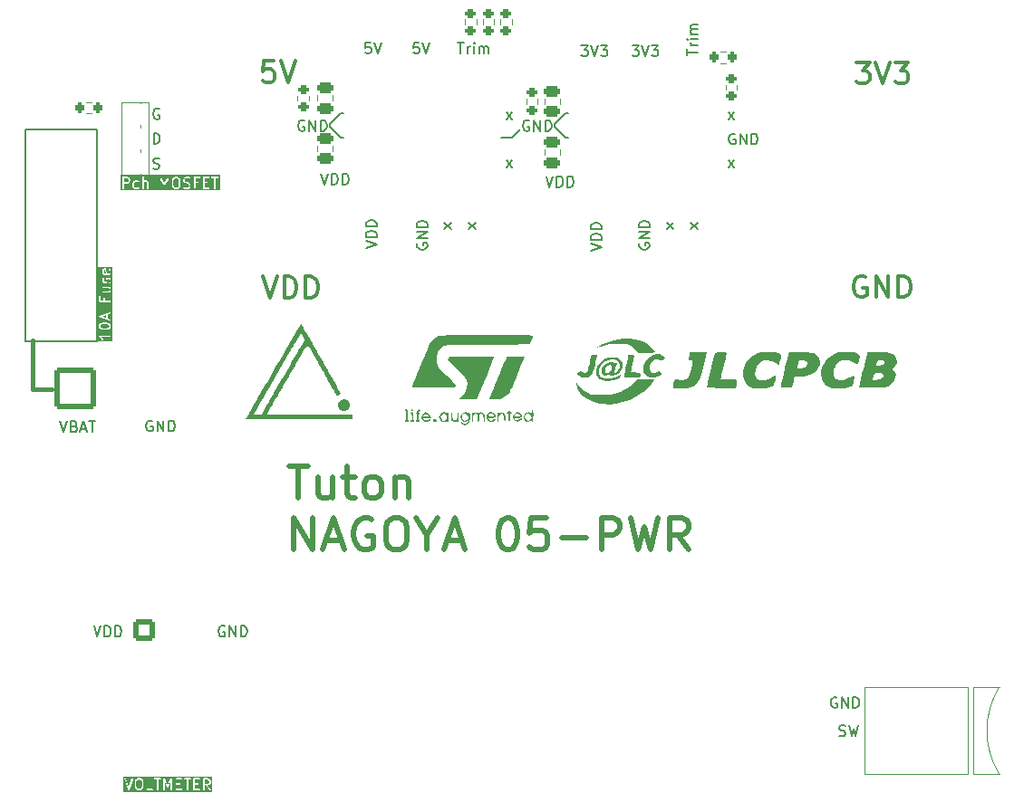
<source format=gbr>
%TF.GenerationSoftware,KiCad,Pcbnew,7.0.9*%
%TF.CreationDate,2025-01-29T10:13:39+09:00*%
%TF.ProjectId,05-PWR,30352d50-5752-42e6-9b69-6361645f7063,rev?*%
%TF.SameCoordinates,Original*%
%TF.FileFunction,Legend,Top*%
%TF.FilePolarity,Positive*%
%FSLAX46Y46*%
G04 Gerber Fmt 4.6, Leading zero omitted, Abs format (unit mm)*
G04 Created by KiCad (PCBNEW 7.0.9) date 2025-01-29 10:13:39*
%MOMM*%
%LPD*%
G01*
G04 APERTURE LIST*
G04 Aperture macros list*
%AMRoundRect*
0 Rectangle with rounded corners*
0 $1 Rounding radius*
0 $2 $3 $4 $5 $6 $7 $8 $9 X,Y pos of 4 corners*
0 Add a 4 corners polygon primitive as box body*
4,1,4,$2,$3,$4,$5,$6,$7,$8,$9,$2,$3,0*
0 Add four circle primitives for the rounded corners*
1,1,$1+$1,$2,$3*
1,1,$1+$1,$4,$5*
1,1,$1+$1,$6,$7*
1,1,$1+$1,$8,$9*
0 Add four rect primitives between the rounded corners*
20,1,$1+$1,$2,$3,$4,$5,0*
20,1,$1+$1,$4,$5,$6,$7,0*
20,1,$1+$1,$6,$7,$8,$9,0*
20,1,$1+$1,$8,$9,$2,$3,0*%
G04 Aperture macros list end*
%ADD10C,0.500000*%
%ADD11C,0.150000*%
%ADD12C,0.400000*%
%ADD13C,0.300000*%
%ADD14C,0.120000*%
%ADD15C,0.127000*%
%ADD16C,0.100000*%
%ADD17RoundRect,0.250000X0.475000X-0.250000X0.475000X0.250000X-0.475000X0.250000X-0.475000X-0.250000X0*%
%ADD18C,2.604000*%
%ADD19RoundRect,0.200000X-0.200000X-0.275000X0.200000X-0.275000X0.200000X0.275000X-0.200000X0.275000X0*%
%ADD20C,0.800000*%
%ADD21C,6.400000*%
%ADD22RoundRect,0.200000X-0.275000X0.200000X-0.275000X-0.200000X0.275000X-0.200000X0.275000X0.200000X0*%
%ADD23RoundRect,0.200000X0.275000X-0.200000X0.275000X0.200000X-0.275000X0.200000X-0.275000X-0.200000X0*%
%ADD24R,1.200000X3.000000*%
%ADD25R,2.000000X4.000000*%
%ADD26R,3.000000X1.200000*%
%ADD27R,1.770000X4.112100*%
%ADD28R,4.170000X1.862000*%
%ADD29R,1.200000X1.500000*%
%ADD30R,1.800000X1.717500*%
%ADD31O,1.800000X1.717500*%
%ADD32C,1.800000*%
%ADD33RoundRect,0.250000X-0.475000X0.250000X-0.475000X-0.250000X0.475000X-0.250000X0.475000X0.250000X0*%
%ADD34RoundRect,0.250002X-1.699998X-1.699998X1.699998X-1.699998X1.699998X1.699998X-1.699998X1.699998X0*%
%ADD35C,3.900000*%
%ADD36RoundRect,0.250001X-0.799999X-0.799999X0.799999X-0.799999X0.799999X0.799999X-0.799999X0.799999X0*%
%ADD37C,2.100000*%
G04 APERTURE END LIST*
D10*
X56964661Y-116726857D02*
X58678947Y-116726857D01*
X57821804Y-119726857D02*
X57821804Y-116726857D01*
X60964661Y-117726857D02*
X60964661Y-119726857D01*
X59678946Y-117726857D02*
X59678946Y-119298285D01*
X59678946Y-119298285D02*
X59821803Y-119584000D01*
X59821803Y-119584000D02*
X60107518Y-119726857D01*
X60107518Y-119726857D02*
X60536089Y-119726857D01*
X60536089Y-119726857D02*
X60821803Y-119584000D01*
X60821803Y-119584000D02*
X60964661Y-119441142D01*
X61964661Y-117726857D02*
X63107518Y-117726857D01*
X62393232Y-116726857D02*
X62393232Y-119298285D01*
X62393232Y-119298285D02*
X62536089Y-119584000D01*
X62536089Y-119584000D02*
X62821804Y-119726857D01*
X62821804Y-119726857D02*
X63107518Y-119726857D01*
X64536090Y-119726857D02*
X64250375Y-119584000D01*
X64250375Y-119584000D02*
X64107518Y-119441142D01*
X64107518Y-119441142D02*
X63964661Y-119155428D01*
X63964661Y-119155428D02*
X63964661Y-118298285D01*
X63964661Y-118298285D02*
X64107518Y-118012571D01*
X64107518Y-118012571D02*
X64250375Y-117869714D01*
X64250375Y-117869714D02*
X64536090Y-117726857D01*
X64536090Y-117726857D02*
X64964661Y-117726857D01*
X64964661Y-117726857D02*
X65250375Y-117869714D01*
X65250375Y-117869714D02*
X65393233Y-118012571D01*
X65393233Y-118012571D02*
X65536090Y-118298285D01*
X65536090Y-118298285D02*
X65536090Y-119155428D01*
X65536090Y-119155428D02*
X65393233Y-119441142D01*
X65393233Y-119441142D02*
X65250375Y-119584000D01*
X65250375Y-119584000D02*
X64964661Y-119726857D01*
X64964661Y-119726857D02*
X64536090Y-119726857D01*
X66821804Y-117726857D02*
X66821804Y-119726857D01*
X66821804Y-118012571D02*
X66964661Y-117869714D01*
X66964661Y-117869714D02*
X67250376Y-117726857D01*
X67250376Y-117726857D02*
X67678947Y-117726857D01*
X67678947Y-117726857D02*
X67964661Y-117869714D01*
X67964661Y-117869714D02*
X68107519Y-118155428D01*
X68107519Y-118155428D02*
X68107519Y-119726857D01*
X57393232Y-124556857D02*
X57393232Y-121556857D01*
X57393232Y-121556857D02*
X59107518Y-124556857D01*
X59107518Y-124556857D02*
X59107518Y-121556857D01*
X60393232Y-123699714D02*
X61821804Y-123699714D01*
X60107518Y-124556857D02*
X61107518Y-121556857D01*
X61107518Y-121556857D02*
X62107518Y-124556857D01*
X64678947Y-121699714D02*
X64393233Y-121556857D01*
X64393233Y-121556857D02*
X63964661Y-121556857D01*
X63964661Y-121556857D02*
X63536090Y-121699714D01*
X63536090Y-121699714D02*
X63250375Y-121985428D01*
X63250375Y-121985428D02*
X63107518Y-122271142D01*
X63107518Y-122271142D02*
X62964661Y-122842571D01*
X62964661Y-122842571D02*
X62964661Y-123271142D01*
X62964661Y-123271142D02*
X63107518Y-123842571D01*
X63107518Y-123842571D02*
X63250375Y-124128285D01*
X63250375Y-124128285D02*
X63536090Y-124414000D01*
X63536090Y-124414000D02*
X63964661Y-124556857D01*
X63964661Y-124556857D02*
X64250375Y-124556857D01*
X64250375Y-124556857D02*
X64678947Y-124414000D01*
X64678947Y-124414000D02*
X64821804Y-124271142D01*
X64821804Y-124271142D02*
X64821804Y-123271142D01*
X64821804Y-123271142D02*
X64250375Y-123271142D01*
X66678947Y-121556857D02*
X67250375Y-121556857D01*
X67250375Y-121556857D02*
X67536090Y-121699714D01*
X67536090Y-121699714D02*
X67821804Y-121985428D01*
X67821804Y-121985428D02*
X67964661Y-122556857D01*
X67964661Y-122556857D02*
X67964661Y-123556857D01*
X67964661Y-123556857D02*
X67821804Y-124128285D01*
X67821804Y-124128285D02*
X67536090Y-124414000D01*
X67536090Y-124414000D02*
X67250375Y-124556857D01*
X67250375Y-124556857D02*
X66678947Y-124556857D01*
X66678947Y-124556857D02*
X66393233Y-124414000D01*
X66393233Y-124414000D02*
X66107518Y-124128285D01*
X66107518Y-124128285D02*
X65964661Y-123556857D01*
X65964661Y-123556857D02*
X65964661Y-122556857D01*
X65964661Y-122556857D02*
X66107518Y-121985428D01*
X66107518Y-121985428D02*
X66393233Y-121699714D01*
X66393233Y-121699714D02*
X66678947Y-121556857D01*
X69821804Y-123128285D02*
X69821804Y-124556857D01*
X68821804Y-121556857D02*
X69821804Y-123128285D01*
X69821804Y-123128285D02*
X70821804Y-121556857D01*
X71678947Y-123699714D02*
X73107519Y-123699714D01*
X71393233Y-124556857D02*
X72393233Y-121556857D01*
X72393233Y-121556857D02*
X73393233Y-124556857D01*
X77250376Y-121556857D02*
X77536090Y-121556857D01*
X77536090Y-121556857D02*
X77821804Y-121699714D01*
X77821804Y-121699714D02*
X77964662Y-121842571D01*
X77964662Y-121842571D02*
X78107519Y-122128285D01*
X78107519Y-122128285D02*
X78250376Y-122699714D01*
X78250376Y-122699714D02*
X78250376Y-123414000D01*
X78250376Y-123414000D02*
X78107519Y-123985428D01*
X78107519Y-123985428D02*
X77964662Y-124271142D01*
X77964662Y-124271142D02*
X77821804Y-124414000D01*
X77821804Y-124414000D02*
X77536090Y-124556857D01*
X77536090Y-124556857D02*
X77250376Y-124556857D01*
X77250376Y-124556857D02*
X76964662Y-124414000D01*
X76964662Y-124414000D02*
X76821804Y-124271142D01*
X76821804Y-124271142D02*
X76678947Y-123985428D01*
X76678947Y-123985428D02*
X76536090Y-123414000D01*
X76536090Y-123414000D02*
X76536090Y-122699714D01*
X76536090Y-122699714D02*
X76678947Y-122128285D01*
X76678947Y-122128285D02*
X76821804Y-121842571D01*
X76821804Y-121842571D02*
X76964662Y-121699714D01*
X76964662Y-121699714D02*
X77250376Y-121556857D01*
X80964662Y-121556857D02*
X79536090Y-121556857D01*
X79536090Y-121556857D02*
X79393233Y-122985428D01*
X79393233Y-122985428D02*
X79536090Y-122842571D01*
X79536090Y-122842571D02*
X79821805Y-122699714D01*
X79821805Y-122699714D02*
X80536090Y-122699714D01*
X80536090Y-122699714D02*
X80821805Y-122842571D01*
X80821805Y-122842571D02*
X80964662Y-122985428D01*
X80964662Y-122985428D02*
X81107519Y-123271142D01*
X81107519Y-123271142D02*
X81107519Y-123985428D01*
X81107519Y-123985428D02*
X80964662Y-124271142D01*
X80964662Y-124271142D02*
X80821805Y-124414000D01*
X80821805Y-124414000D02*
X80536090Y-124556857D01*
X80536090Y-124556857D02*
X79821805Y-124556857D01*
X79821805Y-124556857D02*
X79536090Y-124414000D01*
X79536090Y-124414000D02*
X79393233Y-124271142D01*
X82393233Y-123414000D02*
X84678948Y-123414000D01*
X86107519Y-124556857D02*
X86107519Y-121556857D01*
X86107519Y-121556857D02*
X87250376Y-121556857D01*
X87250376Y-121556857D02*
X87536091Y-121699714D01*
X87536091Y-121699714D02*
X87678948Y-121842571D01*
X87678948Y-121842571D02*
X87821805Y-122128285D01*
X87821805Y-122128285D02*
X87821805Y-122556857D01*
X87821805Y-122556857D02*
X87678948Y-122842571D01*
X87678948Y-122842571D02*
X87536091Y-122985428D01*
X87536091Y-122985428D02*
X87250376Y-123128285D01*
X87250376Y-123128285D02*
X86107519Y-123128285D01*
X88821805Y-121556857D02*
X89536091Y-124556857D01*
X89536091Y-124556857D02*
X90107519Y-122414000D01*
X90107519Y-122414000D02*
X90678948Y-124556857D01*
X90678948Y-124556857D02*
X91393234Y-121556857D01*
X94250376Y-124556857D02*
X93250376Y-123128285D01*
X92536090Y-124556857D02*
X92536090Y-121556857D01*
X92536090Y-121556857D02*
X93678947Y-121556857D01*
X93678947Y-121556857D02*
X93964662Y-121699714D01*
X93964662Y-121699714D02*
X94107519Y-121842571D01*
X94107519Y-121842571D02*
X94250376Y-122128285D01*
X94250376Y-122128285D02*
X94250376Y-122556857D01*
X94250376Y-122556857D02*
X94107519Y-122842571D01*
X94107519Y-122842571D02*
X93964662Y-122985428D01*
X93964662Y-122985428D02*
X93678947Y-123128285D01*
X93678947Y-123128285D02*
X92536090Y-123128285D01*
D11*
G36*
X40003166Y-103455413D02*
G01*
X40080153Y-103493907D01*
X40110561Y-103524314D01*
X40144819Y-103592830D01*
X40144819Y-103652658D01*
X40110561Y-103721173D01*
X40080153Y-103751580D01*
X40003166Y-103790074D01*
X39829632Y-103833458D01*
X39610005Y-103833458D01*
X39436471Y-103790074D01*
X39359484Y-103751581D01*
X39329077Y-103721174D01*
X39294819Y-103652658D01*
X39294819Y-103592830D01*
X39329077Y-103524314D01*
X39359484Y-103493907D01*
X39436471Y-103455413D01*
X39610005Y-103412030D01*
X39829632Y-103412030D01*
X40003166Y-103455413D01*
G37*
G36*
X39859104Y-102852020D02*
G01*
X39456989Y-102717982D01*
X39859104Y-102583943D01*
X39859104Y-102852020D01*
G37*
G36*
X39794999Y-98690600D02*
G01*
X39713714Y-98690600D01*
X39656672Y-98662079D01*
X39628152Y-98605038D01*
X39628152Y-98449972D01*
X39656672Y-98392930D01*
X39713714Y-98364410D01*
X39729761Y-98364410D01*
X39794999Y-98690600D01*
G37*
G36*
X40437676Y-105077557D02*
G01*
X39001962Y-105077557D01*
X39001962Y-104570298D01*
X39144974Y-104570298D01*
X39151087Y-104591189D01*
X39154867Y-104612625D01*
X39158170Y-104615397D01*
X39159382Y-104619536D01*
X39178216Y-104637529D01*
X39314894Y-104728647D01*
X39396275Y-104810028D01*
X39438451Y-104894380D01*
X39475705Y-104929652D01*
X39526915Y-104932727D01*
X39568121Y-104902163D01*
X39580041Y-104852264D01*
X39572615Y-104827298D01*
X39524996Y-104732060D01*
X39523809Y-104730936D01*
X39510947Y-104712568D01*
X39448504Y-104650125D01*
X40144819Y-104650125D01*
X40144819Y-104860839D01*
X40162366Y-104909048D01*
X40206795Y-104934700D01*
X40257319Y-104925791D01*
X40290296Y-104886491D01*
X40294819Y-104860839D01*
X40294819Y-104289411D01*
X40277272Y-104241202D01*
X40232843Y-104215550D01*
X40182319Y-104224459D01*
X40149342Y-104263759D01*
X40144819Y-104289411D01*
X40144819Y-104500125D01*
X39219819Y-104500125D01*
X39215765Y-104501600D01*
X39211576Y-104500580D01*
X39192063Y-104510227D01*
X39171610Y-104517672D01*
X39169454Y-104521406D01*
X39165587Y-104523318D01*
X39156840Y-104543252D01*
X39145958Y-104562101D01*
X39146706Y-104566348D01*
X39144974Y-104570298D01*
X39001962Y-104570298D01*
X39001962Y-103670363D01*
X39144819Y-103670363D01*
X39146352Y-103674576D01*
X39145311Y-103678937D01*
X39152737Y-103703904D01*
X39200356Y-103799142D01*
X39201545Y-103800267D01*
X39214405Y-103818634D01*
X39262024Y-103866253D01*
X39263505Y-103866944D01*
X39281516Y-103880302D01*
X39376754Y-103927921D01*
X39380282Y-103928327D01*
X39392105Y-103933600D01*
X39582581Y-103981219D01*
X39586029Y-103980858D01*
X39600771Y-103983458D01*
X39838866Y-103983458D01*
X39842123Y-103982272D01*
X39857056Y-103981219D01*
X40047532Y-103933600D01*
X40050476Y-103931611D01*
X40062883Y-103927921D01*
X40158121Y-103880302D01*
X40159246Y-103879113D01*
X40177612Y-103866254D01*
X40225232Y-103818635D01*
X40225922Y-103817153D01*
X40239282Y-103799142D01*
X40286901Y-103703904D01*
X40287413Y-103699450D01*
X40290296Y-103696015D01*
X40294819Y-103670363D01*
X40294819Y-103575125D01*
X40293285Y-103570911D01*
X40294327Y-103566550D01*
X40286901Y-103541584D01*
X40239282Y-103446346D01*
X40238094Y-103445221D01*
X40225232Y-103426853D01*
X40177612Y-103379234D01*
X40176129Y-103378542D01*
X40158121Y-103365186D01*
X40062883Y-103317567D01*
X40059354Y-103317160D01*
X40047532Y-103311888D01*
X39857056Y-103264269D01*
X39853607Y-103264629D01*
X39838866Y-103262030D01*
X39600771Y-103262030D01*
X39597513Y-103263215D01*
X39582581Y-103264269D01*
X39392105Y-103311888D01*
X39389160Y-103313876D01*
X39376754Y-103317567D01*
X39281516Y-103365186D01*
X39280390Y-103366375D01*
X39262024Y-103379235D01*
X39214405Y-103426854D01*
X39213714Y-103428335D01*
X39200356Y-103446346D01*
X39152737Y-103541584D01*
X39152224Y-103546037D01*
X39149342Y-103549473D01*
X39144819Y-103575125D01*
X39144819Y-103670363D01*
X39001962Y-103670363D01*
X39001962Y-102728983D01*
X39145630Y-102728983D01*
X39146658Y-102730882D01*
X39146342Y-102733018D01*
X39158760Y-102753231D01*
X39170059Y-102774097D01*
X39172066Y-102774890D01*
X39173197Y-102776730D01*
X39196102Y-102789133D01*
X40196102Y-103122466D01*
X40247385Y-103121065D01*
X40285771Y-103087027D01*
X40293296Y-103036279D01*
X40266441Y-102992566D01*
X40243536Y-102980164D01*
X40009104Y-102902020D01*
X40009104Y-102533943D01*
X40243536Y-102455800D01*
X40283722Y-102423909D01*
X40294008Y-102373648D01*
X40269579Y-102328534D01*
X40221867Y-102309677D01*
X40196102Y-102313498D01*
X39196102Y-102646831D01*
X39194410Y-102648173D01*
X39192252Y-102648232D01*
X39174490Y-102663981D01*
X39155916Y-102678722D01*
X39155483Y-102680835D01*
X39153867Y-102682269D01*
X39150386Y-102705739D01*
X39145630Y-102728983D01*
X39001962Y-102728983D01*
X39001962Y-101289410D01*
X39144819Y-101289410D01*
X39151482Y-101307718D01*
X39154867Y-101326910D01*
X39160051Y-101331260D01*
X39162366Y-101337619D01*
X39179239Y-101347361D01*
X39194167Y-101359887D01*
X39203909Y-101361604D01*
X39206795Y-101363271D01*
X39210077Y-101362692D01*
X39219819Y-101364410D01*
X40219819Y-101364410D01*
X40268028Y-101346863D01*
X40293680Y-101302434D01*
X40284771Y-101251910D01*
X40245471Y-101218933D01*
X40219819Y-101214410D01*
X39771009Y-101214410D01*
X39771009Y-100956077D01*
X39753462Y-100907868D01*
X39709033Y-100882216D01*
X39658509Y-100891125D01*
X39625532Y-100930425D01*
X39621009Y-100956077D01*
X39621009Y-101214410D01*
X39294819Y-101214410D01*
X39294819Y-100813220D01*
X39277272Y-100765011D01*
X39232843Y-100739359D01*
X39182319Y-100748268D01*
X39149342Y-100787568D01*
X39144819Y-100813220D01*
X39144819Y-101289410D01*
X39001962Y-101289410D01*
X39001962Y-100419243D01*
X39479291Y-100419243D01*
X39488200Y-100469767D01*
X39527500Y-100502744D01*
X39553152Y-100507267D01*
X40076961Y-100507267D01*
X40081173Y-100505733D01*
X40085535Y-100506776D01*
X40110502Y-100499349D01*
X40205741Y-100451730D01*
X40213460Y-100443576D01*
X40223765Y-100439110D01*
X40239282Y-100418189D01*
X40286901Y-100322951D01*
X40287413Y-100318497D01*
X40290296Y-100315062D01*
X40294819Y-100289410D01*
X40294819Y-100146553D01*
X40293285Y-100142339D01*
X40294327Y-100137978D01*
X40286901Y-100113012D01*
X40262056Y-100063322D01*
X40268028Y-100061149D01*
X40293680Y-100016720D01*
X40284771Y-99966196D01*
X40245471Y-99933219D01*
X40219819Y-99928696D01*
X39553152Y-99928696D01*
X39504943Y-99946243D01*
X39479291Y-99990672D01*
X39488200Y-100041196D01*
X39527500Y-100074173D01*
X39553152Y-100078696D01*
X40093514Y-100078696D01*
X40110561Y-100095742D01*
X40144819Y-100164258D01*
X40144819Y-100271705D01*
X40116298Y-100328746D01*
X40059256Y-100357267D01*
X39553152Y-100357267D01*
X39504943Y-100374814D01*
X39479291Y-100419243D01*
X39001962Y-100419243D01*
X39001962Y-99432267D01*
X39478152Y-99432267D01*
X39479685Y-99436480D01*
X39478644Y-99440841D01*
X39486070Y-99465808D01*
X39533689Y-99561046D01*
X39541842Y-99568765D01*
X39546309Y-99579070D01*
X39567230Y-99594587D01*
X39662468Y-99642206D01*
X39666921Y-99642718D01*
X39670357Y-99645601D01*
X39696009Y-99650124D01*
X39743628Y-99650124D01*
X39747841Y-99648590D01*
X39752202Y-99649632D01*
X39777169Y-99642206D01*
X39872407Y-99594587D01*
X39880126Y-99586433D01*
X39890431Y-99581967D01*
X39905948Y-99561046D01*
X39953567Y-99465808D01*
X39954079Y-99461354D01*
X39956962Y-99457919D01*
X39961485Y-99432267D01*
X39961485Y-99307115D01*
X39990005Y-99250073D01*
X40047047Y-99221553D01*
X40059256Y-99221553D01*
X40116298Y-99250073D01*
X40144819Y-99307115D01*
X40144819Y-99462181D01*
X40105118Y-99541583D01*
X40099253Y-99592550D01*
X40127519Y-99635363D01*
X40176694Y-99649989D01*
X40223765Y-99629586D01*
X40239282Y-99608665D01*
X40286901Y-99513427D01*
X40287413Y-99508973D01*
X40290296Y-99505538D01*
X40294819Y-99479886D01*
X40294819Y-99289410D01*
X40293285Y-99285196D01*
X40294327Y-99280835D01*
X40286901Y-99255869D01*
X40239282Y-99160631D01*
X40231128Y-99152911D01*
X40226662Y-99142607D01*
X40205741Y-99127090D01*
X40110502Y-99079471D01*
X40106048Y-99078958D01*
X40102613Y-99076076D01*
X40076961Y-99071553D01*
X40029342Y-99071553D01*
X40025128Y-99073086D01*
X40020767Y-99072045D01*
X39995801Y-99079471D01*
X39900563Y-99127090D01*
X39892843Y-99135243D01*
X39882539Y-99139710D01*
X39867022Y-99160631D01*
X39819403Y-99255869D01*
X39818890Y-99260322D01*
X39816008Y-99263758D01*
X39811485Y-99289410D01*
X39811485Y-99414562D01*
X39782964Y-99471603D01*
X39725923Y-99500124D01*
X39713714Y-99500124D01*
X39656672Y-99471603D01*
X39628152Y-99414562D01*
X39628152Y-99307115D01*
X39667853Y-99227713D01*
X39673718Y-99176747D01*
X39645452Y-99133934D01*
X39596277Y-99119307D01*
X39549206Y-99139710D01*
X39533689Y-99160631D01*
X39486070Y-99255869D01*
X39485557Y-99260322D01*
X39482675Y-99263758D01*
X39478152Y-99289410D01*
X39478152Y-99432267D01*
X39001962Y-99432267D01*
X39001962Y-98622743D01*
X39478152Y-98622743D01*
X39479685Y-98626956D01*
X39478644Y-98631317D01*
X39486070Y-98656284D01*
X39533689Y-98751522D01*
X39541842Y-98759241D01*
X39546309Y-98769546D01*
X39567230Y-98785063D01*
X39662468Y-98832682D01*
X39666921Y-98833194D01*
X39670357Y-98836077D01*
X39696009Y-98840600D01*
X40076961Y-98840600D01*
X40081173Y-98839066D01*
X40085535Y-98840109D01*
X40110502Y-98832682D01*
X40205741Y-98785063D01*
X40213460Y-98776909D01*
X40223765Y-98772443D01*
X40239282Y-98751522D01*
X40286901Y-98656284D01*
X40287413Y-98651830D01*
X40290296Y-98648395D01*
X40294819Y-98622743D01*
X40294819Y-98432267D01*
X40293285Y-98428053D01*
X40294327Y-98423692D01*
X40286901Y-98398726D01*
X40239282Y-98303488D01*
X40202028Y-98268216D01*
X40150817Y-98265141D01*
X40109612Y-98295705D01*
X40097692Y-98345603D01*
X40105118Y-98370570D01*
X40144819Y-98449972D01*
X40144819Y-98605038D01*
X40116298Y-98662079D01*
X40059256Y-98690600D01*
X39947970Y-98690600D01*
X39864791Y-98274701D01*
X39858350Y-98264113D01*
X39856199Y-98251910D01*
X39845432Y-98242876D01*
X39838130Y-98230870D01*
X39826392Y-98226899D01*
X39816899Y-98218933D01*
X39791247Y-98214410D01*
X39696009Y-98214410D01*
X39691795Y-98215943D01*
X39687434Y-98214902D01*
X39662468Y-98222328D01*
X39567230Y-98269947D01*
X39559510Y-98278100D01*
X39549206Y-98282567D01*
X39533689Y-98303488D01*
X39486070Y-98398726D01*
X39485557Y-98403179D01*
X39482675Y-98406615D01*
X39478152Y-98432267D01*
X39478152Y-98622743D01*
X39001962Y-98622743D01*
X39001962Y-98071553D01*
X40437676Y-98071553D01*
X40437676Y-105077557D01*
G37*
X72693922Y-77119819D02*
X73265350Y-77119819D01*
X72979636Y-78119819D02*
X72979636Y-77119819D01*
X73598684Y-78119819D02*
X73598684Y-77453152D01*
X73598684Y-77643628D02*
X73646303Y-77548390D01*
X73646303Y-77548390D02*
X73693922Y-77500771D01*
X73693922Y-77500771D02*
X73789160Y-77453152D01*
X73789160Y-77453152D02*
X73884398Y-77453152D01*
X74217732Y-78119819D02*
X74217732Y-77453152D01*
X74217732Y-77119819D02*
X74170113Y-77167438D01*
X74170113Y-77167438D02*
X74217732Y-77215057D01*
X74217732Y-77215057D02*
X74265351Y-77167438D01*
X74265351Y-77167438D02*
X74217732Y-77119819D01*
X74217732Y-77119819D02*
X74217732Y-77215057D01*
X74693922Y-78119819D02*
X74693922Y-77453152D01*
X74693922Y-77548390D02*
X74741541Y-77500771D01*
X74741541Y-77500771D02*
X74836779Y-77453152D01*
X74836779Y-77453152D02*
X74979636Y-77453152D01*
X74979636Y-77453152D02*
X75074874Y-77500771D01*
X75074874Y-77500771D02*
X75122493Y-77596009D01*
X75122493Y-77596009D02*
X75122493Y-78119819D01*
X75122493Y-77596009D02*
X75170112Y-77500771D01*
X75170112Y-77500771D02*
X75265350Y-77453152D01*
X75265350Y-77453152D02*
X75408207Y-77453152D01*
X75408207Y-77453152D02*
X75503446Y-77500771D01*
X75503446Y-77500771D02*
X75551065Y-77596009D01*
X75551065Y-77596009D02*
X75551065Y-78119819D01*
X61750000Y-83750000D02*
X60750000Y-84750000D01*
X60750000Y-84750000D02*
X60750000Y-85000000D01*
X62000000Y-83750000D02*
X61750000Y-83750000D01*
X60750000Y-85000000D02*
X61750000Y-86000000D01*
X61750000Y-86000000D02*
X62000000Y-86000000D01*
X58360588Y-84417438D02*
X58265350Y-84369819D01*
X58265350Y-84369819D02*
X58122493Y-84369819D01*
X58122493Y-84369819D02*
X57979636Y-84417438D01*
X57979636Y-84417438D02*
X57884398Y-84512676D01*
X57884398Y-84512676D02*
X57836779Y-84607914D01*
X57836779Y-84607914D02*
X57789160Y-84798390D01*
X57789160Y-84798390D02*
X57789160Y-84941247D01*
X57789160Y-84941247D02*
X57836779Y-85131723D01*
X57836779Y-85131723D02*
X57884398Y-85226961D01*
X57884398Y-85226961D02*
X57979636Y-85322200D01*
X57979636Y-85322200D02*
X58122493Y-85369819D01*
X58122493Y-85369819D02*
X58217731Y-85369819D01*
X58217731Y-85369819D02*
X58360588Y-85322200D01*
X58360588Y-85322200D02*
X58408207Y-85274580D01*
X58408207Y-85274580D02*
X58408207Y-84941247D01*
X58408207Y-84941247D02*
X58217731Y-84941247D01*
X58836779Y-85369819D02*
X58836779Y-84369819D01*
X58836779Y-84369819D02*
X59408207Y-85369819D01*
X59408207Y-85369819D02*
X59408207Y-84369819D01*
X59884398Y-85369819D02*
X59884398Y-84369819D01*
X59884398Y-84369819D02*
X60122493Y-84369819D01*
X60122493Y-84369819D02*
X60265350Y-84417438D01*
X60265350Y-84417438D02*
X60360588Y-84512676D01*
X60360588Y-84512676D02*
X60408207Y-84607914D01*
X60408207Y-84607914D02*
X60455826Y-84798390D01*
X60455826Y-84798390D02*
X60455826Y-84941247D01*
X60455826Y-84941247D02*
X60408207Y-85131723D01*
X60408207Y-85131723D02*
X60360588Y-85226961D01*
X60360588Y-85226961D02*
X60265350Y-85322200D01*
X60265350Y-85322200D02*
X60122493Y-85369819D01*
X60122493Y-85369819D02*
X59884398Y-85369819D01*
X64562969Y-77119819D02*
X64086779Y-77119819D01*
X64086779Y-77119819D02*
X64039160Y-77596009D01*
X64039160Y-77596009D02*
X64086779Y-77548390D01*
X64086779Y-77548390D02*
X64182017Y-77500771D01*
X64182017Y-77500771D02*
X64420112Y-77500771D01*
X64420112Y-77500771D02*
X64515350Y-77548390D01*
X64515350Y-77548390D02*
X64562969Y-77596009D01*
X64562969Y-77596009D02*
X64610588Y-77691247D01*
X64610588Y-77691247D02*
X64610588Y-77929342D01*
X64610588Y-77929342D02*
X64562969Y-78024580D01*
X64562969Y-78024580D02*
X64515350Y-78072200D01*
X64515350Y-78072200D02*
X64420112Y-78119819D01*
X64420112Y-78119819D02*
X64182017Y-78119819D01*
X64182017Y-78119819D02*
X64086779Y-78072200D01*
X64086779Y-78072200D02*
X64039160Y-78024580D01*
X64896303Y-77119819D02*
X65229636Y-78119819D01*
X65229636Y-78119819D02*
X65562969Y-77119819D01*
X64119819Y-96306077D02*
X65119819Y-95972744D01*
X65119819Y-95972744D02*
X64119819Y-95639411D01*
X65119819Y-95306077D02*
X64119819Y-95306077D01*
X64119819Y-95306077D02*
X64119819Y-95067982D01*
X64119819Y-95067982D02*
X64167438Y-94925125D01*
X64167438Y-94925125D02*
X64262676Y-94829887D01*
X64262676Y-94829887D02*
X64357914Y-94782268D01*
X64357914Y-94782268D02*
X64548390Y-94734649D01*
X64548390Y-94734649D02*
X64691247Y-94734649D01*
X64691247Y-94734649D02*
X64881723Y-94782268D01*
X64881723Y-94782268D02*
X64976961Y-94829887D01*
X64976961Y-94829887D02*
X65072200Y-94925125D01*
X65072200Y-94925125D02*
X65119819Y-95067982D01*
X65119819Y-95067982D02*
X65119819Y-95306077D01*
X65119819Y-94306077D02*
X64119819Y-94306077D01*
X64119819Y-94306077D02*
X64119819Y-94067982D01*
X64119819Y-94067982D02*
X64167438Y-93925125D01*
X64167438Y-93925125D02*
X64262676Y-93829887D01*
X64262676Y-93829887D02*
X64357914Y-93782268D01*
X64357914Y-93782268D02*
X64548390Y-93734649D01*
X64548390Y-93734649D02*
X64691247Y-93734649D01*
X64691247Y-93734649D02*
X64881723Y-93782268D01*
X64881723Y-93782268D02*
X64976961Y-93829887D01*
X64976961Y-93829887D02*
X65072200Y-93925125D01*
X65072200Y-93925125D02*
X65119819Y-94067982D01*
X65119819Y-94067982D02*
X65119819Y-94306077D01*
X69062969Y-77119819D02*
X68586779Y-77119819D01*
X68586779Y-77119819D02*
X68539160Y-77596009D01*
X68539160Y-77596009D02*
X68586779Y-77548390D01*
X68586779Y-77548390D02*
X68682017Y-77500771D01*
X68682017Y-77500771D02*
X68920112Y-77500771D01*
X68920112Y-77500771D02*
X69015350Y-77548390D01*
X69015350Y-77548390D02*
X69062969Y-77596009D01*
X69062969Y-77596009D02*
X69110588Y-77691247D01*
X69110588Y-77691247D02*
X69110588Y-77929342D01*
X69110588Y-77929342D02*
X69062969Y-78024580D01*
X69062969Y-78024580D02*
X69015350Y-78072200D01*
X69015350Y-78072200D02*
X68920112Y-78119819D01*
X68920112Y-78119819D02*
X68682017Y-78119819D01*
X68682017Y-78119819D02*
X68586779Y-78072200D01*
X68586779Y-78072200D02*
X68539160Y-78024580D01*
X69396303Y-77119819D02*
X69729636Y-78119819D01*
X69729636Y-78119819D02*
X70062969Y-77119819D01*
X59943922Y-89369819D02*
X60277255Y-90369819D01*
X60277255Y-90369819D02*
X60610588Y-89369819D01*
X60943922Y-90369819D02*
X60943922Y-89369819D01*
X60943922Y-89369819D02*
X61182017Y-89369819D01*
X61182017Y-89369819D02*
X61324874Y-89417438D01*
X61324874Y-89417438D02*
X61420112Y-89512676D01*
X61420112Y-89512676D02*
X61467731Y-89607914D01*
X61467731Y-89607914D02*
X61515350Y-89798390D01*
X61515350Y-89798390D02*
X61515350Y-89941247D01*
X61515350Y-89941247D02*
X61467731Y-90131723D01*
X61467731Y-90131723D02*
X61420112Y-90226961D01*
X61420112Y-90226961D02*
X61324874Y-90322200D01*
X61324874Y-90322200D02*
X61182017Y-90369819D01*
X61182017Y-90369819D02*
X60943922Y-90369819D01*
X61943922Y-90369819D02*
X61943922Y-89369819D01*
X61943922Y-89369819D02*
X62182017Y-89369819D01*
X62182017Y-89369819D02*
X62324874Y-89417438D01*
X62324874Y-89417438D02*
X62420112Y-89512676D01*
X62420112Y-89512676D02*
X62467731Y-89607914D01*
X62467731Y-89607914D02*
X62515350Y-89798390D01*
X62515350Y-89798390D02*
X62515350Y-89941247D01*
X62515350Y-89941247D02*
X62467731Y-90131723D01*
X62467731Y-90131723D02*
X62420112Y-90226961D01*
X62420112Y-90226961D02*
X62324874Y-90322200D01*
X62324874Y-90322200D02*
X62182017Y-90369819D01*
X62182017Y-90369819D02*
X61943922Y-90369819D01*
X77750000Y-86000000D02*
X78500000Y-85250000D01*
X76750000Y-86000000D02*
X77750000Y-86000000D01*
X77758458Y-88130180D02*
X77234649Y-88796847D01*
X77758458Y-88796847D02*
X77234649Y-88130180D01*
X74369819Y-94508458D02*
X73703152Y-93984649D01*
X73703152Y-94508458D02*
X74369819Y-93984649D01*
X72119819Y-94508458D02*
X71453152Y-93984649D01*
X71453152Y-94508458D02*
X72119819Y-93984649D01*
X77758458Y-83630180D02*
X77234649Y-84296847D01*
X77758458Y-84296847D02*
X77234649Y-83630180D01*
X98508458Y-83630180D02*
X97984649Y-84296847D01*
X98508458Y-84296847D02*
X97984649Y-83630180D01*
X98508458Y-88130180D02*
X97984649Y-88796847D01*
X98508458Y-88796847D02*
X97984649Y-88130180D01*
X95119819Y-94508458D02*
X94453152Y-93984649D01*
X94453152Y-94508458D02*
X95119819Y-93984649D01*
X92869819Y-94508458D02*
X92203152Y-93984649D01*
X92203152Y-94508458D02*
X92869819Y-93984649D01*
X82750000Y-86000000D02*
X83000000Y-86000000D01*
X81750000Y-85000000D02*
X82750000Y-86000000D01*
X81750000Y-84750000D02*
X81750000Y-85000000D01*
X82750000Y-83750000D02*
X81750000Y-84750000D01*
X83000000Y-83750000D02*
X82750000Y-83750000D01*
X80943922Y-89619819D02*
X81277255Y-90619819D01*
X81277255Y-90619819D02*
X81610588Y-89619819D01*
X81943922Y-90619819D02*
X81943922Y-89619819D01*
X81943922Y-89619819D02*
X82182017Y-89619819D01*
X82182017Y-89619819D02*
X82324874Y-89667438D01*
X82324874Y-89667438D02*
X82420112Y-89762676D01*
X82420112Y-89762676D02*
X82467731Y-89857914D01*
X82467731Y-89857914D02*
X82515350Y-90048390D01*
X82515350Y-90048390D02*
X82515350Y-90191247D01*
X82515350Y-90191247D02*
X82467731Y-90381723D01*
X82467731Y-90381723D02*
X82420112Y-90476961D01*
X82420112Y-90476961D02*
X82324874Y-90572200D01*
X82324874Y-90572200D02*
X82182017Y-90619819D01*
X82182017Y-90619819D02*
X81943922Y-90619819D01*
X82943922Y-90619819D02*
X82943922Y-89619819D01*
X82943922Y-89619819D02*
X83182017Y-89619819D01*
X83182017Y-89619819D02*
X83324874Y-89667438D01*
X83324874Y-89667438D02*
X83420112Y-89762676D01*
X83420112Y-89762676D02*
X83467731Y-89857914D01*
X83467731Y-89857914D02*
X83515350Y-90048390D01*
X83515350Y-90048390D02*
X83515350Y-90191247D01*
X83515350Y-90191247D02*
X83467731Y-90381723D01*
X83467731Y-90381723D02*
X83420112Y-90476961D01*
X83420112Y-90476961D02*
X83324874Y-90572200D01*
X83324874Y-90572200D02*
X83182017Y-90619819D01*
X83182017Y-90619819D02*
X82943922Y-90619819D01*
X85119819Y-96556077D02*
X86119819Y-96222744D01*
X86119819Y-96222744D02*
X85119819Y-95889411D01*
X86119819Y-95556077D02*
X85119819Y-95556077D01*
X85119819Y-95556077D02*
X85119819Y-95317982D01*
X85119819Y-95317982D02*
X85167438Y-95175125D01*
X85167438Y-95175125D02*
X85262676Y-95079887D01*
X85262676Y-95079887D02*
X85357914Y-95032268D01*
X85357914Y-95032268D02*
X85548390Y-94984649D01*
X85548390Y-94984649D02*
X85691247Y-94984649D01*
X85691247Y-94984649D02*
X85881723Y-95032268D01*
X85881723Y-95032268D02*
X85976961Y-95079887D01*
X85976961Y-95079887D02*
X86072200Y-95175125D01*
X86072200Y-95175125D02*
X86119819Y-95317982D01*
X86119819Y-95317982D02*
X86119819Y-95556077D01*
X86119819Y-94556077D02*
X85119819Y-94556077D01*
X85119819Y-94556077D02*
X85119819Y-94317982D01*
X85119819Y-94317982D02*
X85167438Y-94175125D01*
X85167438Y-94175125D02*
X85262676Y-94079887D01*
X85262676Y-94079887D02*
X85357914Y-94032268D01*
X85357914Y-94032268D02*
X85548390Y-93984649D01*
X85548390Y-93984649D02*
X85691247Y-93984649D01*
X85691247Y-93984649D02*
X85881723Y-94032268D01*
X85881723Y-94032268D02*
X85976961Y-94079887D01*
X85976961Y-94079887D02*
X86072200Y-94175125D01*
X86072200Y-94175125D02*
X86119819Y-94317982D01*
X86119819Y-94317982D02*
X86119819Y-94556077D01*
X89667438Y-95889411D02*
X89619819Y-95984649D01*
X89619819Y-95984649D02*
X89619819Y-96127506D01*
X89619819Y-96127506D02*
X89667438Y-96270363D01*
X89667438Y-96270363D02*
X89762676Y-96365601D01*
X89762676Y-96365601D02*
X89857914Y-96413220D01*
X89857914Y-96413220D02*
X90048390Y-96460839D01*
X90048390Y-96460839D02*
X90191247Y-96460839D01*
X90191247Y-96460839D02*
X90381723Y-96413220D01*
X90381723Y-96413220D02*
X90476961Y-96365601D01*
X90476961Y-96365601D02*
X90572200Y-96270363D01*
X90572200Y-96270363D02*
X90619819Y-96127506D01*
X90619819Y-96127506D02*
X90619819Y-96032268D01*
X90619819Y-96032268D02*
X90572200Y-95889411D01*
X90572200Y-95889411D02*
X90524580Y-95841792D01*
X90524580Y-95841792D02*
X90191247Y-95841792D01*
X90191247Y-95841792D02*
X90191247Y-96032268D01*
X90619819Y-95413220D02*
X89619819Y-95413220D01*
X89619819Y-95413220D02*
X90619819Y-94841792D01*
X90619819Y-94841792D02*
X89619819Y-94841792D01*
X90619819Y-94365601D02*
X89619819Y-94365601D01*
X89619819Y-94365601D02*
X89619819Y-94127506D01*
X89619819Y-94127506D02*
X89667438Y-93984649D01*
X89667438Y-93984649D02*
X89762676Y-93889411D01*
X89762676Y-93889411D02*
X89857914Y-93841792D01*
X89857914Y-93841792D02*
X90048390Y-93794173D01*
X90048390Y-93794173D02*
X90191247Y-93794173D01*
X90191247Y-93794173D02*
X90381723Y-93841792D01*
X90381723Y-93841792D02*
X90476961Y-93889411D01*
X90476961Y-93889411D02*
X90572200Y-93984649D01*
X90572200Y-93984649D02*
X90619819Y-94127506D01*
X90619819Y-94127506D02*
X90619819Y-94365601D01*
X98610588Y-85667438D02*
X98515350Y-85619819D01*
X98515350Y-85619819D02*
X98372493Y-85619819D01*
X98372493Y-85619819D02*
X98229636Y-85667438D01*
X98229636Y-85667438D02*
X98134398Y-85762676D01*
X98134398Y-85762676D02*
X98086779Y-85857914D01*
X98086779Y-85857914D02*
X98039160Y-86048390D01*
X98039160Y-86048390D02*
X98039160Y-86191247D01*
X98039160Y-86191247D02*
X98086779Y-86381723D01*
X98086779Y-86381723D02*
X98134398Y-86476961D01*
X98134398Y-86476961D02*
X98229636Y-86572200D01*
X98229636Y-86572200D02*
X98372493Y-86619819D01*
X98372493Y-86619819D02*
X98467731Y-86619819D01*
X98467731Y-86619819D02*
X98610588Y-86572200D01*
X98610588Y-86572200D02*
X98658207Y-86524580D01*
X98658207Y-86524580D02*
X98658207Y-86191247D01*
X98658207Y-86191247D02*
X98467731Y-86191247D01*
X99086779Y-86619819D02*
X99086779Y-85619819D01*
X99086779Y-85619819D02*
X99658207Y-86619819D01*
X99658207Y-86619819D02*
X99658207Y-85619819D01*
X100134398Y-86619819D02*
X100134398Y-85619819D01*
X100134398Y-85619819D02*
X100372493Y-85619819D01*
X100372493Y-85619819D02*
X100515350Y-85667438D01*
X100515350Y-85667438D02*
X100610588Y-85762676D01*
X100610588Y-85762676D02*
X100658207Y-85857914D01*
X100658207Y-85857914D02*
X100705826Y-86048390D01*
X100705826Y-86048390D02*
X100705826Y-86191247D01*
X100705826Y-86191247D02*
X100658207Y-86381723D01*
X100658207Y-86381723D02*
X100610588Y-86476961D01*
X100610588Y-86476961D02*
X100515350Y-86572200D01*
X100515350Y-86572200D02*
X100372493Y-86619819D01*
X100372493Y-86619819D02*
X100134398Y-86619819D01*
X94119819Y-78306077D02*
X94119819Y-77734649D01*
X95119819Y-78020363D02*
X94119819Y-78020363D01*
X95119819Y-77401315D02*
X94453152Y-77401315D01*
X94643628Y-77401315D02*
X94548390Y-77353696D01*
X94548390Y-77353696D02*
X94500771Y-77306077D01*
X94500771Y-77306077D02*
X94453152Y-77210839D01*
X94453152Y-77210839D02*
X94453152Y-77115601D01*
X95119819Y-76782267D02*
X94453152Y-76782267D01*
X94119819Y-76782267D02*
X94167438Y-76829886D01*
X94167438Y-76829886D02*
X94215057Y-76782267D01*
X94215057Y-76782267D02*
X94167438Y-76734648D01*
X94167438Y-76734648D02*
X94119819Y-76782267D01*
X94119819Y-76782267D02*
X94215057Y-76782267D01*
X95119819Y-76306077D02*
X94453152Y-76306077D01*
X94548390Y-76306077D02*
X94500771Y-76258458D01*
X94500771Y-76258458D02*
X94453152Y-76163220D01*
X94453152Y-76163220D02*
X94453152Y-76020363D01*
X94453152Y-76020363D02*
X94500771Y-75925125D01*
X94500771Y-75925125D02*
X94596009Y-75877506D01*
X94596009Y-75877506D02*
X95119819Y-75877506D01*
X94596009Y-75877506D02*
X94500771Y-75829887D01*
X94500771Y-75829887D02*
X94453152Y-75734649D01*
X94453152Y-75734649D02*
X94453152Y-75591792D01*
X94453152Y-75591792D02*
X94500771Y-75496553D01*
X94500771Y-75496553D02*
X94596009Y-75448934D01*
X94596009Y-75448934D02*
X95119819Y-75448934D01*
X88991541Y-77369819D02*
X89610588Y-77369819D01*
X89610588Y-77369819D02*
X89277255Y-77750771D01*
X89277255Y-77750771D02*
X89420112Y-77750771D01*
X89420112Y-77750771D02*
X89515350Y-77798390D01*
X89515350Y-77798390D02*
X89562969Y-77846009D01*
X89562969Y-77846009D02*
X89610588Y-77941247D01*
X89610588Y-77941247D02*
X89610588Y-78179342D01*
X89610588Y-78179342D02*
X89562969Y-78274580D01*
X89562969Y-78274580D02*
X89515350Y-78322200D01*
X89515350Y-78322200D02*
X89420112Y-78369819D01*
X89420112Y-78369819D02*
X89134398Y-78369819D01*
X89134398Y-78369819D02*
X89039160Y-78322200D01*
X89039160Y-78322200D02*
X88991541Y-78274580D01*
X89896303Y-77369819D02*
X90229636Y-78369819D01*
X90229636Y-78369819D02*
X90562969Y-77369819D01*
X90801065Y-77369819D02*
X91420112Y-77369819D01*
X91420112Y-77369819D02*
X91086779Y-77750771D01*
X91086779Y-77750771D02*
X91229636Y-77750771D01*
X91229636Y-77750771D02*
X91324874Y-77798390D01*
X91324874Y-77798390D02*
X91372493Y-77846009D01*
X91372493Y-77846009D02*
X91420112Y-77941247D01*
X91420112Y-77941247D02*
X91420112Y-78179342D01*
X91420112Y-78179342D02*
X91372493Y-78274580D01*
X91372493Y-78274580D02*
X91324874Y-78322200D01*
X91324874Y-78322200D02*
X91229636Y-78369819D01*
X91229636Y-78369819D02*
X90943922Y-78369819D01*
X90943922Y-78369819D02*
X90848684Y-78322200D01*
X90848684Y-78322200D02*
X90801065Y-78274580D01*
X84241541Y-77369819D02*
X84860588Y-77369819D01*
X84860588Y-77369819D02*
X84527255Y-77750771D01*
X84527255Y-77750771D02*
X84670112Y-77750771D01*
X84670112Y-77750771D02*
X84765350Y-77798390D01*
X84765350Y-77798390D02*
X84812969Y-77846009D01*
X84812969Y-77846009D02*
X84860588Y-77941247D01*
X84860588Y-77941247D02*
X84860588Y-78179342D01*
X84860588Y-78179342D02*
X84812969Y-78274580D01*
X84812969Y-78274580D02*
X84765350Y-78322200D01*
X84765350Y-78322200D02*
X84670112Y-78369819D01*
X84670112Y-78369819D02*
X84384398Y-78369819D01*
X84384398Y-78369819D02*
X84289160Y-78322200D01*
X84289160Y-78322200D02*
X84241541Y-78274580D01*
X85146303Y-77369819D02*
X85479636Y-78369819D01*
X85479636Y-78369819D02*
X85812969Y-77369819D01*
X86051065Y-77369819D02*
X86670112Y-77369819D01*
X86670112Y-77369819D02*
X86336779Y-77750771D01*
X86336779Y-77750771D02*
X86479636Y-77750771D01*
X86479636Y-77750771D02*
X86574874Y-77798390D01*
X86574874Y-77798390D02*
X86622493Y-77846009D01*
X86622493Y-77846009D02*
X86670112Y-77941247D01*
X86670112Y-77941247D02*
X86670112Y-78179342D01*
X86670112Y-78179342D02*
X86622493Y-78274580D01*
X86622493Y-78274580D02*
X86574874Y-78322200D01*
X86574874Y-78322200D02*
X86479636Y-78369819D01*
X86479636Y-78369819D02*
X86193922Y-78369819D01*
X86193922Y-78369819D02*
X86098684Y-78322200D01*
X86098684Y-78322200D02*
X86051065Y-78274580D01*
X79360588Y-84417438D02*
X79265350Y-84369819D01*
X79265350Y-84369819D02*
X79122493Y-84369819D01*
X79122493Y-84369819D02*
X78979636Y-84417438D01*
X78979636Y-84417438D02*
X78884398Y-84512676D01*
X78884398Y-84512676D02*
X78836779Y-84607914D01*
X78836779Y-84607914D02*
X78789160Y-84798390D01*
X78789160Y-84798390D02*
X78789160Y-84941247D01*
X78789160Y-84941247D02*
X78836779Y-85131723D01*
X78836779Y-85131723D02*
X78884398Y-85226961D01*
X78884398Y-85226961D02*
X78979636Y-85322200D01*
X78979636Y-85322200D02*
X79122493Y-85369819D01*
X79122493Y-85369819D02*
X79217731Y-85369819D01*
X79217731Y-85369819D02*
X79360588Y-85322200D01*
X79360588Y-85322200D02*
X79408207Y-85274580D01*
X79408207Y-85274580D02*
X79408207Y-84941247D01*
X79408207Y-84941247D02*
X79217731Y-84941247D01*
X79836779Y-85369819D02*
X79836779Y-84369819D01*
X79836779Y-84369819D02*
X80408207Y-85369819D01*
X80408207Y-85369819D02*
X80408207Y-84369819D01*
X80884398Y-85369819D02*
X80884398Y-84369819D01*
X80884398Y-84369819D02*
X81122493Y-84369819D01*
X81122493Y-84369819D02*
X81265350Y-84417438D01*
X81265350Y-84417438D02*
X81360588Y-84512676D01*
X81360588Y-84512676D02*
X81408207Y-84607914D01*
X81408207Y-84607914D02*
X81455826Y-84798390D01*
X81455826Y-84798390D02*
X81455826Y-84941247D01*
X81455826Y-84941247D02*
X81408207Y-85131723D01*
X81408207Y-85131723D02*
X81360588Y-85226961D01*
X81360588Y-85226961D02*
X81265350Y-85322200D01*
X81265350Y-85322200D02*
X81122493Y-85369819D01*
X81122493Y-85369819D02*
X80884398Y-85369819D01*
X68917438Y-95889411D02*
X68869819Y-95984649D01*
X68869819Y-95984649D02*
X68869819Y-96127506D01*
X68869819Y-96127506D02*
X68917438Y-96270363D01*
X68917438Y-96270363D02*
X69012676Y-96365601D01*
X69012676Y-96365601D02*
X69107914Y-96413220D01*
X69107914Y-96413220D02*
X69298390Y-96460839D01*
X69298390Y-96460839D02*
X69441247Y-96460839D01*
X69441247Y-96460839D02*
X69631723Y-96413220D01*
X69631723Y-96413220D02*
X69726961Y-96365601D01*
X69726961Y-96365601D02*
X69822200Y-96270363D01*
X69822200Y-96270363D02*
X69869819Y-96127506D01*
X69869819Y-96127506D02*
X69869819Y-96032268D01*
X69869819Y-96032268D02*
X69822200Y-95889411D01*
X69822200Y-95889411D02*
X69774580Y-95841792D01*
X69774580Y-95841792D02*
X69441247Y-95841792D01*
X69441247Y-95841792D02*
X69441247Y-96032268D01*
X69869819Y-95413220D02*
X68869819Y-95413220D01*
X68869819Y-95413220D02*
X69869819Y-94841792D01*
X69869819Y-94841792D02*
X68869819Y-94841792D01*
X69869819Y-94365601D02*
X68869819Y-94365601D01*
X68869819Y-94365601D02*
X68869819Y-94127506D01*
X68869819Y-94127506D02*
X68917438Y-93984649D01*
X68917438Y-93984649D02*
X69012676Y-93889411D01*
X69012676Y-93889411D02*
X69107914Y-93841792D01*
X69107914Y-93841792D02*
X69298390Y-93794173D01*
X69298390Y-93794173D02*
X69441247Y-93794173D01*
X69441247Y-93794173D02*
X69631723Y-93841792D01*
X69631723Y-93841792D02*
X69726961Y-93889411D01*
X69726961Y-93889411D02*
X69822200Y-93984649D01*
X69822200Y-93984649D02*
X69869819Y-94127506D01*
X69869819Y-94127506D02*
X69869819Y-94365601D01*
D12*
X33000000Y-109500000D02*
X34750000Y-109500000D01*
X33000000Y-105000000D02*
X33000000Y-109500000D01*
D11*
X44239160Y-88872200D02*
X44382017Y-88919819D01*
X44382017Y-88919819D02*
X44620112Y-88919819D01*
X44620112Y-88919819D02*
X44715350Y-88872200D01*
X44715350Y-88872200D02*
X44762969Y-88824580D01*
X44762969Y-88824580D02*
X44810588Y-88729342D01*
X44810588Y-88729342D02*
X44810588Y-88634104D01*
X44810588Y-88634104D02*
X44762969Y-88538866D01*
X44762969Y-88538866D02*
X44715350Y-88491247D01*
X44715350Y-88491247D02*
X44620112Y-88443628D01*
X44620112Y-88443628D02*
X44429636Y-88396009D01*
X44429636Y-88396009D02*
X44334398Y-88348390D01*
X44334398Y-88348390D02*
X44286779Y-88300771D01*
X44286779Y-88300771D02*
X44239160Y-88205533D01*
X44239160Y-88205533D02*
X44239160Y-88110295D01*
X44239160Y-88110295D02*
X44286779Y-88015057D01*
X44286779Y-88015057D02*
X44334398Y-87967438D01*
X44334398Y-87967438D02*
X44429636Y-87919819D01*
X44429636Y-87919819D02*
X44667731Y-87919819D01*
X44667731Y-87919819D02*
X44810588Y-87967438D01*
X44286779Y-86569819D02*
X44286779Y-85569819D01*
X44286779Y-85569819D02*
X44524874Y-85569819D01*
X44524874Y-85569819D02*
X44667731Y-85617438D01*
X44667731Y-85617438D02*
X44762969Y-85712676D01*
X44762969Y-85712676D02*
X44810588Y-85807914D01*
X44810588Y-85807914D02*
X44858207Y-85998390D01*
X44858207Y-85998390D02*
X44858207Y-86141247D01*
X44858207Y-86141247D02*
X44810588Y-86331723D01*
X44810588Y-86331723D02*
X44762969Y-86426961D01*
X44762969Y-86426961D02*
X44667731Y-86522200D01*
X44667731Y-86522200D02*
X44524874Y-86569819D01*
X44524874Y-86569819D02*
X44286779Y-86569819D01*
X44810588Y-83317438D02*
X44715350Y-83269819D01*
X44715350Y-83269819D02*
X44572493Y-83269819D01*
X44572493Y-83269819D02*
X44429636Y-83317438D01*
X44429636Y-83317438D02*
X44334398Y-83412676D01*
X44334398Y-83412676D02*
X44286779Y-83507914D01*
X44286779Y-83507914D02*
X44239160Y-83698390D01*
X44239160Y-83698390D02*
X44239160Y-83841247D01*
X44239160Y-83841247D02*
X44286779Y-84031723D01*
X44286779Y-84031723D02*
X44334398Y-84126961D01*
X44334398Y-84126961D02*
X44429636Y-84222200D01*
X44429636Y-84222200D02*
X44572493Y-84269819D01*
X44572493Y-84269819D02*
X44667731Y-84269819D01*
X44667731Y-84269819D02*
X44810588Y-84222200D01*
X44810588Y-84222200D02*
X44858207Y-84174580D01*
X44858207Y-84174580D02*
X44858207Y-83841247D01*
X44858207Y-83841247D02*
X44667731Y-83841247D01*
G36*
X46535209Y-89829077D02*
G01*
X46607151Y-89901019D01*
X46647493Y-90062386D01*
X46647493Y-90377251D01*
X46607151Y-90538617D01*
X46535208Y-90610561D01*
X46466693Y-90644819D01*
X46311627Y-90644819D01*
X46243111Y-90610561D01*
X46171168Y-90538617D01*
X46130827Y-90377251D01*
X46130827Y-90062386D01*
X46171168Y-89901019D01*
X46243111Y-89829077D01*
X46311627Y-89794819D01*
X46466693Y-89794819D01*
X46535209Y-89829077D01*
G37*
G36*
X41868542Y-89829077D02*
G01*
X41898949Y-89859484D01*
X41933207Y-89928000D01*
X41933207Y-90035447D01*
X41898949Y-90103963D01*
X41868542Y-90134370D01*
X41800026Y-90168628D01*
X41511779Y-90168628D01*
X41511779Y-89794819D01*
X41800026Y-89794819D01*
X41868542Y-89829077D01*
G37*
G36*
X50510640Y-90937676D02*
G01*
X41218922Y-90937676D01*
X41218922Y-90719819D01*
X41361779Y-90719819D01*
X41379326Y-90768028D01*
X41423755Y-90793680D01*
X41474279Y-90784771D01*
X41507256Y-90745471D01*
X41511779Y-90719819D01*
X41511779Y-90529342D01*
X42314160Y-90529342D01*
X42315693Y-90533555D01*
X42314652Y-90537916D01*
X42322078Y-90562883D01*
X42369697Y-90658121D01*
X42370885Y-90659246D01*
X42383745Y-90677612D01*
X42431364Y-90725232D01*
X42432845Y-90725922D01*
X42450857Y-90739282D01*
X42546095Y-90786901D01*
X42550548Y-90787413D01*
X42553984Y-90790296D01*
X42579636Y-90794819D01*
X42770112Y-90794819D01*
X42774325Y-90793285D01*
X42778686Y-90794327D01*
X42803653Y-90786901D01*
X42898891Y-90739282D01*
X42917319Y-90719819D01*
X43218922Y-90719819D01*
X43236469Y-90768028D01*
X43280898Y-90793680D01*
X43331422Y-90784771D01*
X43364399Y-90745471D01*
X43368922Y-90719819D01*
X43368922Y-90179456D01*
X43385968Y-90162410D01*
X43454484Y-90128152D01*
X43561931Y-90128152D01*
X43618972Y-90156672D01*
X43647493Y-90213714D01*
X43647493Y-90719819D01*
X43665040Y-90768028D01*
X43709469Y-90793680D01*
X43759993Y-90784771D01*
X43792970Y-90745471D01*
X43797493Y-90719819D01*
X44885589Y-90719819D01*
X44903136Y-90768028D01*
X44947565Y-90793680D01*
X44998089Y-90784771D01*
X45031066Y-90745471D01*
X45035589Y-90719819D01*
X45035589Y-90057886D01*
X45225958Y-90465821D01*
X45239724Y-90479579D01*
X45250885Y-90495528D01*
X45257444Y-90497287D01*
X45262246Y-90502086D01*
X45281635Y-90503777D01*
X45300437Y-90508821D01*
X45306590Y-90505953D01*
X45313355Y-90506544D01*
X45329297Y-90495372D01*
X45346939Y-90487153D01*
X45352638Y-90479018D01*
X45355371Y-90477104D01*
X45356230Y-90473891D01*
X45361886Y-90465820D01*
X45552255Y-90057886D01*
X45552255Y-90719819D01*
X45569802Y-90768028D01*
X45614231Y-90793680D01*
X45664755Y-90784771D01*
X45697732Y-90745471D01*
X45702255Y-90719819D01*
X45702255Y-90386485D01*
X45980827Y-90386485D01*
X45982012Y-90389742D01*
X45983066Y-90404675D01*
X46030685Y-90595151D01*
X46034827Y-90601283D01*
X46035472Y-90608657D01*
X46050413Y-90629994D01*
X46145651Y-90725233D01*
X46147133Y-90725924D01*
X46165143Y-90739282D01*
X46260381Y-90786901D01*
X46264834Y-90787413D01*
X46268270Y-90790296D01*
X46293922Y-90794819D01*
X46484398Y-90794819D01*
X46488611Y-90793285D01*
X46492972Y-90794327D01*
X46517939Y-90786901D01*
X46613177Y-90739282D01*
X46614302Y-90738092D01*
X46632669Y-90725233D01*
X46727908Y-90629993D01*
X46731035Y-90623285D01*
X46737025Y-90618940D01*
X46747635Y-90595151D01*
X46795254Y-90404675D01*
X46794893Y-90401226D01*
X46797493Y-90386485D01*
X46797493Y-90053152D01*
X46796307Y-90049894D01*
X46795254Y-90034962D01*
X46787897Y-90005533D01*
X47028446Y-90005533D01*
X47029979Y-90009746D01*
X47028938Y-90014107D01*
X47036364Y-90039074D01*
X47083983Y-90134312D01*
X47085172Y-90135437D01*
X47098032Y-90153804D01*
X47145651Y-90201423D01*
X47147132Y-90202114D01*
X47165143Y-90215472D01*
X47260381Y-90263091D01*
X47263909Y-90263497D01*
X47275732Y-90268770D01*
X47458222Y-90314392D01*
X47535209Y-90352886D01*
X47565616Y-90383293D01*
X47599874Y-90451809D01*
X47599874Y-90511637D01*
X47565615Y-90580153D01*
X47535208Y-90610561D01*
X47466693Y-90644819D01*
X47258473Y-90644819D01*
X47127163Y-90601049D01*
X47075879Y-90602450D01*
X47037494Y-90636487D01*
X47029969Y-90687236D01*
X47056824Y-90730948D01*
X47079729Y-90743351D01*
X47222585Y-90790970D01*
X47224220Y-90790925D01*
X47246303Y-90794819D01*
X47484398Y-90794819D01*
X47488611Y-90793285D01*
X47492972Y-90794327D01*
X47517939Y-90786901D01*
X47613177Y-90739282D01*
X47614301Y-90738094D01*
X47632670Y-90725232D01*
X47638083Y-90719819D01*
X48028446Y-90719819D01*
X48045993Y-90768028D01*
X48090422Y-90793680D01*
X48140946Y-90784771D01*
X48173923Y-90745471D01*
X48178446Y-90719819D01*
X48885589Y-90719819D01*
X48892252Y-90738127D01*
X48895637Y-90757319D01*
X48900821Y-90761669D01*
X48903136Y-90768028D01*
X48920009Y-90777770D01*
X48934937Y-90790296D01*
X48944679Y-90792013D01*
X48947565Y-90793680D01*
X48950847Y-90793101D01*
X48960589Y-90794819D01*
X49436779Y-90794819D01*
X49484988Y-90777272D01*
X49510640Y-90732843D01*
X49501731Y-90682319D01*
X49462431Y-90649342D01*
X49436779Y-90644819D01*
X49035589Y-90644819D01*
X49035589Y-90271009D01*
X49293922Y-90271009D01*
X49342131Y-90253462D01*
X49367783Y-90209033D01*
X49358874Y-90158509D01*
X49319574Y-90125532D01*
X49293922Y-90121009D01*
X49035589Y-90121009D01*
X49035589Y-89794819D01*
X49436779Y-89794819D01*
X49484988Y-89777272D01*
X49510640Y-89732843D01*
X49506047Y-89706795D01*
X49648633Y-89706795D01*
X49657542Y-89757319D01*
X49696842Y-89790296D01*
X49722494Y-89794819D01*
X49933208Y-89794819D01*
X49933208Y-90719819D01*
X49950755Y-90768028D01*
X49995184Y-90793680D01*
X50045708Y-90784771D01*
X50078685Y-90745471D01*
X50083208Y-90719819D01*
X50083208Y-89794819D01*
X50293922Y-89794819D01*
X50342131Y-89777272D01*
X50367783Y-89732843D01*
X50358874Y-89682319D01*
X50319574Y-89649342D01*
X50293922Y-89644819D01*
X49722494Y-89644819D01*
X49674285Y-89662366D01*
X49648633Y-89706795D01*
X49506047Y-89706795D01*
X49501731Y-89682319D01*
X49462431Y-89649342D01*
X49436779Y-89644819D01*
X48960589Y-89644819D01*
X48942280Y-89651482D01*
X48923089Y-89654867D01*
X48918738Y-89660051D01*
X48912380Y-89662366D01*
X48902637Y-89679239D01*
X48890112Y-89694167D01*
X48888394Y-89703909D01*
X48886728Y-89706795D01*
X48887306Y-89710077D01*
X48885589Y-89719819D01*
X48885589Y-90719819D01*
X48178446Y-90719819D01*
X48178446Y-90271009D01*
X48436779Y-90271009D01*
X48484988Y-90253462D01*
X48510640Y-90209033D01*
X48501731Y-90158509D01*
X48462431Y-90125532D01*
X48436779Y-90121009D01*
X48178446Y-90121009D01*
X48178446Y-89794819D01*
X48579636Y-89794819D01*
X48627845Y-89777272D01*
X48653497Y-89732843D01*
X48644588Y-89682319D01*
X48605288Y-89649342D01*
X48579636Y-89644819D01*
X48103446Y-89644819D01*
X48085137Y-89651482D01*
X48065946Y-89654867D01*
X48061595Y-89660051D01*
X48055237Y-89662366D01*
X48045494Y-89679239D01*
X48032969Y-89694167D01*
X48031251Y-89703909D01*
X48029585Y-89706795D01*
X48030163Y-89710077D01*
X48028446Y-89719819D01*
X48028446Y-90719819D01*
X47638083Y-90719819D01*
X47680288Y-90677613D01*
X47680978Y-90676131D01*
X47694337Y-90658121D01*
X47741956Y-90562883D01*
X47742468Y-90558429D01*
X47745351Y-90554994D01*
X47749874Y-90529342D01*
X47749874Y-90434104D01*
X47748340Y-90429890D01*
X47749382Y-90425529D01*
X47741956Y-90400563D01*
X47694337Y-90305325D01*
X47693147Y-90304199D01*
X47680288Y-90285833D01*
X47632669Y-90238214D01*
X47631187Y-90237523D01*
X47613177Y-90224165D01*
X47517939Y-90176546D01*
X47514410Y-90176139D01*
X47502588Y-90170867D01*
X47320098Y-90125244D01*
X47243111Y-90086751D01*
X47212704Y-90056344D01*
X47178446Y-89987828D01*
X47178446Y-89928000D01*
X47212704Y-89859484D01*
X47243111Y-89829077D01*
X47311627Y-89794819D01*
X47519847Y-89794819D01*
X47651156Y-89838589D01*
X47702440Y-89837188D01*
X47740826Y-89803150D01*
X47748351Y-89752402D01*
X47721496Y-89708689D01*
X47698591Y-89696287D01*
X47555734Y-89648668D01*
X47554099Y-89648712D01*
X47532017Y-89644819D01*
X47293922Y-89644819D01*
X47289708Y-89646352D01*
X47285347Y-89645311D01*
X47260381Y-89652737D01*
X47165143Y-89700356D01*
X47164017Y-89701545D01*
X47145651Y-89714405D01*
X47098032Y-89762024D01*
X47097341Y-89763505D01*
X47083983Y-89781516D01*
X47036364Y-89876754D01*
X47035851Y-89881207D01*
X47032969Y-89884643D01*
X47028446Y-89910295D01*
X47028446Y-90005533D01*
X46787897Y-90005533D01*
X46747635Y-89844486D01*
X46743493Y-89838353D01*
X46742848Y-89830980D01*
X46727907Y-89809643D01*
X46632669Y-89714405D01*
X46631187Y-89713714D01*
X46613177Y-89700356D01*
X46517939Y-89652737D01*
X46513485Y-89652224D01*
X46510050Y-89649342D01*
X46484398Y-89644819D01*
X46293922Y-89644819D01*
X46289708Y-89646352D01*
X46285347Y-89645311D01*
X46260381Y-89652737D01*
X46165143Y-89700356D01*
X46164019Y-89701542D01*
X46145651Y-89714405D01*
X46050413Y-89809643D01*
X46047285Y-89816350D01*
X46041295Y-89820697D01*
X46030685Y-89844486D01*
X45983066Y-90034962D01*
X45983426Y-90038410D01*
X45980827Y-90053152D01*
X45980827Y-90386485D01*
X45702255Y-90386485D01*
X45702255Y-89719819D01*
X45698829Y-89710406D01*
X45699705Y-89700429D01*
X45690311Y-89687004D01*
X45684708Y-89671610D01*
X45676035Y-89666602D01*
X45670292Y-89658395D01*
X45654466Y-89654149D01*
X45640279Y-89645958D01*
X45630415Y-89647697D01*
X45620741Y-89645102D01*
X45605889Y-89652021D01*
X45589755Y-89654867D01*
X45583316Y-89662539D01*
X45574238Y-89666770D01*
X45559291Y-89688102D01*
X45293921Y-90256750D01*
X45028553Y-89688103D01*
X45021467Y-89681022D01*
X45018042Y-89671610D01*
X45003852Y-89663417D01*
X44992265Y-89651837D01*
X44982288Y-89650966D01*
X44973613Y-89645958D01*
X44957477Y-89648803D01*
X44941156Y-89647380D01*
X44932952Y-89653127D01*
X44923089Y-89654867D01*
X44912557Y-89667417D01*
X44899140Y-89676819D01*
X44896550Y-89686493D01*
X44890112Y-89694167D01*
X44885589Y-89719819D01*
X44885589Y-90719819D01*
X43797493Y-90719819D01*
X43797493Y-90196009D01*
X43795959Y-90191795D01*
X43797001Y-90187434D01*
X43789575Y-90162468D01*
X43741956Y-90067230D01*
X43733802Y-90059510D01*
X43729336Y-90049206D01*
X43708415Y-90033689D01*
X43613177Y-89986070D01*
X43608723Y-89985557D01*
X43605288Y-89982675D01*
X43579636Y-89978152D01*
X43436779Y-89978152D01*
X43432565Y-89979685D01*
X43428204Y-89978644D01*
X43403238Y-89986070D01*
X43368922Y-90003228D01*
X43368922Y-89719819D01*
X43351375Y-89671610D01*
X43306946Y-89645958D01*
X43256422Y-89654867D01*
X43223445Y-89694167D01*
X43218922Y-89719819D01*
X43218922Y-90719819D01*
X42917319Y-90719819D01*
X42934163Y-90702028D01*
X42937238Y-90650818D01*
X42906674Y-90609612D01*
X42856775Y-90597692D01*
X42831809Y-90605118D01*
X42752407Y-90644819D01*
X42597341Y-90644819D01*
X42528825Y-90610561D01*
X42498418Y-90580153D01*
X42464160Y-90511637D01*
X42464160Y-90261333D01*
X42498418Y-90192817D01*
X42528825Y-90162410D01*
X42597341Y-90128152D01*
X42752407Y-90128152D01*
X42831809Y-90167853D01*
X42882775Y-90173718D01*
X42925588Y-90145452D01*
X42940215Y-90096277D01*
X42919812Y-90049206D01*
X42898891Y-90033689D01*
X42803653Y-89986070D01*
X42799199Y-89985557D01*
X42795764Y-89982675D01*
X42770112Y-89978152D01*
X42579636Y-89978152D01*
X42575422Y-89979685D01*
X42571061Y-89978644D01*
X42546095Y-89986070D01*
X42450857Y-90033689D01*
X42449731Y-90034878D01*
X42431365Y-90047738D01*
X42383746Y-90095357D01*
X42383055Y-90096838D01*
X42369697Y-90114849D01*
X42322078Y-90210087D01*
X42321565Y-90214540D01*
X42318683Y-90217976D01*
X42314160Y-90243628D01*
X42314160Y-90529342D01*
X41511779Y-90529342D01*
X41511779Y-90318628D01*
X41817731Y-90318628D01*
X41821944Y-90317094D01*
X41826305Y-90318136D01*
X41851272Y-90310710D01*
X41946510Y-90263091D01*
X41947635Y-90261901D01*
X41966002Y-90249042D01*
X42013621Y-90201423D01*
X42014312Y-90199941D01*
X42027670Y-90181931D01*
X42075289Y-90086693D01*
X42075801Y-90082239D01*
X42078684Y-90078804D01*
X42083207Y-90053152D01*
X42083207Y-89910295D01*
X42081673Y-89906081D01*
X42082715Y-89901720D01*
X42075289Y-89876754D01*
X42027670Y-89781516D01*
X42026480Y-89780390D01*
X42013621Y-89762024D01*
X41966002Y-89714405D01*
X41964520Y-89713714D01*
X41946510Y-89700356D01*
X41851272Y-89652737D01*
X41846818Y-89652224D01*
X41843383Y-89649342D01*
X41817731Y-89644819D01*
X41436779Y-89644819D01*
X41418470Y-89651482D01*
X41399279Y-89654867D01*
X41394928Y-89660051D01*
X41388570Y-89662366D01*
X41378827Y-89679239D01*
X41366302Y-89694167D01*
X41364584Y-89703909D01*
X41362918Y-89706795D01*
X41363496Y-89710077D01*
X41361779Y-89719819D01*
X41361779Y-90719819D01*
X41218922Y-90719819D01*
X41218922Y-89501962D01*
X50510640Y-89501962D01*
X50510640Y-90937676D01*
G37*
D13*
X110821177Y-99034876D02*
X110630701Y-98939638D01*
X110630701Y-98939638D02*
X110344987Y-98939638D01*
X110344987Y-98939638D02*
X110059272Y-99034876D01*
X110059272Y-99034876D02*
X109868796Y-99225352D01*
X109868796Y-99225352D02*
X109773558Y-99415828D01*
X109773558Y-99415828D02*
X109678320Y-99796780D01*
X109678320Y-99796780D02*
X109678320Y-100082495D01*
X109678320Y-100082495D02*
X109773558Y-100463447D01*
X109773558Y-100463447D02*
X109868796Y-100653923D01*
X109868796Y-100653923D02*
X110059272Y-100844400D01*
X110059272Y-100844400D02*
X110344987Y-100939638D01*
X110344987Y-100939638D02*
X110535463Y-100939638D01*
X110535463Y-100939638D02*
X110821177Y-100844400D01*
X110821177Y-100844400D02*
X110916415Y-100749161D01*
X110916415Y-100749161D02*
X110916415Y-100082495D01*
X110916415Y-100082495D02*
X110535463Y-100082495D01*
X111773558Y-100939638D02*
X111773558Y-98939638D01*
X111773558Y-98939638D02*
X112916415Y-100939638D01*
X112916415Y-100939638D02*
X112916415Y-98939638D01*
X113868796Y-100939638D02*
X113868796Y-98939638D01*
X113868796Y-98939638D02*
X114344986Y-98939638D01*
X114344986Y-98939638D02*
X114630701Y-99034876D01*
X114630701Y-99034876D02*
X114821177Y-99225352D01*
X114821177Y-99225352D02*
X114916415Y-99415828D01*
X114916415Y-99415828D02*
X115011653Y-99796780D01*
X115011653Y-99796780D02*
X115011653Y-100082495D01*
X115011653Y-100082495D02*
X114916415Y-100463447D01*
X114916415Y-100463447D02*
X114821177Y-100653923D01*
X114821177Y-100653923D02*
X114630701Y-100844400D01*
X114630701Y-100844400D02*
X114344986Y-100939638D01*
X114344986Y-100939638D02*
X113868796Y-100939638D01*
X109933082Y-78939638D02*
X111171177Y-78939638D01*
X111171177Y-78939638D02*
X110504510Y-79701542D01*
X110504510Y-79701542D02*
X110790225Y-79701542D01*
X110790225Y-79701542D02*
X110980701Y-79796780D01*
X110980701Y-79796780D02*
X111075939Y-79892019D01*
X111075939Y-79892019D02*
X111171177Y-80082495D01*
X111171177Y-80082495D02*
X111171177Y-80558685D01*
X111171177Y-80558685D02*
X111075939Y-80749161D01*
X111075939Y-80749161D02*
X110980701Y-80844400D01*
X110980701Y-80844400D02*
X110790225Y-80939638D01*
X110790225Y-80939638D02*
X110218796Y-80939638D01*
X110218796Y-80939638D02*
X110028320Y-80844400D01*
X110028320Y-80844400D02*
X109933082Y-80749161D01*
X111742606Y-78939638D02*
X112409272Y-80939638D01*
X112409272Y-80939638D02*
X113075939Y-78939638D01*
X113552130Y-78939638D02*
X114790225Y-78939638D01*
X114790225Y-78939638D02*
X114123558Y-79701542D01*
X114123558Y-79701542D02*
X114409273Y-79701542D01*
X114409273Y-79701542D02*
X114599749Y-79796780D01*
X114599749Y-79796780D02*
X114694987Y-79892019D01*
X114694987Y-79892019D02*
X114790225Y-80082495D01*
X114790225Y-80082495D02*
X114790225Y-80558685D01*
X114790225Y-80558685D02*
X114694987Y-80749161D01*
X114694987Y-80749161D02*
X114599749Y-80844400D01*
X114599749Y-80844400D02*
X114409273Y-80939638D01*
X114409273Y-80939638D02*
X113837844Y-80939638D01*
X113837844Y-80939638D02*
X113647368Y-80844400D01*
X113647368Y-80844400D02*
X113552130Y-80749161D01*
X55525939Y-78839638D02*
X54573558Y-78839638D01*
X54573558Y-78839638D02*
X54478320Y-79792019D01*
X54478320Y-79792019D02*
X54573558Y-79696780D01*
X54573558Y-79696780D02*
X54764034Y-79601542D01*
X54764034Y-79601542D02*
X55240225Y-79601542D01*
X55240225Y-79601542D02*
X55430701Y-79696780D01*
X55430701Y-79696780D02*
X55525939Y-79792019D01*
X55525939Y-79792019D02*
X55621177Y-79982495D01*
X55621177Y-79982495D02*
X55621177Y-80458685D01*
X55621177Y-80458685D02*
X55525939Y-80649161D01*
X55525939Y-80649161D02*
X55430701Y-80744400D01*
X55430701Y-80744400D02*
X55240225Y-80839638D01*
X55240225Y-80839638D02*
X54764034Y-80839638D01*
X54764034Y-80839638D02*
X54573558Y-80744400D01*
X54573558Y-80744400D02*
X54478320Y-80649161D01*
X56192606Y-78839638D02*
X56859272Y-80839638D01*
X56859272Y-80839638D02*
X57525939Y-78839638D01*
X54487844Y-98989638D02*
X55154510Y-100989638D01*
X55154510Y-100989638D02*
X55821177Y-98989638D01*
X56487844Y-100989638D02*
X56487844Y-98989638D01*
X56487844Y-98989638D02*
X56964034Y-98989638D01*
X56964034Y-98989638D02*
X57249749Y-99084876D01*
X57249749Y-99084876D02*
X57440225Y-99275352D01*
X57440225Y-99275352D02*
X57535463Y-99465828D01*
X57535463Y-99465828D02*
X57630701Y-99846780D01*
X57630701Y-99846780D02*
X57630701Y-100132495D01*
X57630701Y-100132495D02*
X57535463Y-100513447D01*
X57535463Y-100513447D02*
X57440225Y-100703923D01*
X57440225Y-100703923D02*
X57249749Y-100894400D01*
X57249749Y-100894400D02*
X56964034Y-100989638D01*
X56964034Y-100989638D02*
X56487844Y-100989638D01*
X58487844Y-100989638D02*
X58487844Y-98989638D01*
X58487844Y-98989638D02*
X58964034Y-98989638D01*
X58964034Y-98989638D02*
X59249749Y-99084876D01*
X59249749Y-99084876D02*
X59440225Y-99275352D01*
X59440225Y-99275352D02*
X59535463Y-99465828D01*
X59535463Y-99465828D02*
X59630701Y-99846780D01*
X59630701Y-99846780D02*
X59630701Y-100132495D01*
X59630701Y-100132495D02*
X59535463Y-100513447D01*
X59535463Y-100513447D02*
X59440225Y-100703923D01*
X59440225Y-100703923D02*
X59249749Y-100894400D01*
X59249749Y-100894400D02*
X58964034Y-100989638D01*
X58964034Y-100989638D02*
X58487844Y-100989638D01*
D11*
X44160588Y-112517438D02*
X44065350Y-112469819D01*
X44065350Y-112469819D02*
X43922493Y-112469819D01*
X43922493Y-112469819D02*
X43779636Y-112517438D01*
X43779636Y-112517438D02*
X43684398Y-112612676D01*
X43684398Y-112612676D02*
X43636779Y-112707914D01*
X43636779Y-112707914D02*
X43589160Y-112898390D01*
X43589160Y-112898390D02*
X43589160Y-113041247D01*
X43589160Y-113041247D02*
X43636779Y-113231723D01*
X43636779Y-113231723D02*
X43684398Y-113326961D01*
X43684398Y-113326961D02*
X43779636Y-113422200D01*
X43779636Y-113422200D02*
X43922493Y-113469819D01*
X43922493Y-113469819D02*
X44017731Y-113469819D01*
X44017731Y-113469819D02*
X44160588Y-113422200D01*
X44160588Y-113422200D02*
X44208207Y-113374580D01*
X44208207Y-113374580D02*
X44208207Y-113041247D01*
X44208207Y-113041247D02*
X44017731Y-113041247D01*
X44636779Y-113469819D02*
X44636779Y-112469819D01*
X44636779Y-112469819D02*
X45208207Y-113469819D01*
X45208207Y-113469819D02*
X45208207Y-112469819D01*
X45684398Y-113469819D02*
X45684398Y-112469819D01*
X45684398Y-112469819D02*
X45922493Y-112469819D01*
X45922493Y-112469819D02*
X46065350Y-112517438D01*
X46065350Y-112517438D02*
X46160588Y-112612676D01*
X46160588Y-112612676D02*
X46208207Y-112707914D01*
X46208207Y-112707914D02*
X46255826Y-112898390D01*
X46255826Y-112898390D02*
X46255826Y-113041247D01*
X46255826Y-113041247D02*
X46208207Y-113231723D01*
X46208207Y-113231723D02*
X46160588Y-113326961D01*
X46160588Y-113326961D02*
X46065350Y-113422200D01*
X46065350Y-113422200D02*
X45922493Y-113469819D01*
X45922493Y-113469819D02*
X45684398Y-113469819D01*
X35543922Y-112519819D02*
X35877255Y-113519819D01*
X35877255Y-113519819D02*
X36210588Y-112519819D01*
X36877255Y-112996009D02*
X37020112Y-113043628D01*
X37020112Y-113043628D02*
X37067731Y-113091247D01*
X37067731Y-113091247D02*
X37115350Y-113186485D01*
X37115350Y-113186485D02*
X37115350Y-113329342D01*
X37115350Y-113329342D02*
X37067731Y-113424580D01*
X37067731Y-113424580D02*
X37020112Y-113472200D01*
X37020112Y-113472200D02*
X36924874Y-113519819D01*
X36924874Y-113519819D02*
X36543922Y-113519819D01*
X36543922Y-113519819D02*
X36543922Y-112519819D01*
X36543922Y-112519819D02*
X36877255Y-112519819D01*
X36877255Y-112519819D02*
X36972493Y-112567438D01*
X36972493Y-112567438D02*
X37020112Y-112615057D01*
X37020112Y-112615057D02*
X37067731Y-112710295D01*
X37067731Y-112710295D02*
X37067731Y-112805533D01*
X37067731Y-112805533D02*
X37020112Y-112900771D01*
X37020112Y-112900771D02*
X36972493Y-112948390D01*
X36972493Y-112948390D02*
X36877255Y-112996009D01*
X36877255Y-112996009D02*
X36543922Y-112996009D01*
X37496303Y-113234104D02*
X37972493Y-113234104D01*
X37401065Y-113519819D02*
X37734398Y-112519819D01*
X37734398Y-112519819D02*
X38067731Y-113519819D01*
X38258208Y-112519819D02*
X38829636Y-112519819D01*
X38543922Y-113519819D02*
X38543922Y-112519819D01*
X108339160Y-141922200D02*
X108482017Y-141969819D01*
X108482017Y-141969819D02*
X108720112Y-141969819D01*
X108720112Y-141969819D02*
X108815350Y-141922200D01*
X108815350Y-141922200D02*
X108862969Y-141874580D01*
X108862969Y-141874580D02*
X108910588Y-141779342D01*
X108910588Y-141779342D02*
X108910588Y-141684104D01*
X108910588Y-141684104D02*
X108862969Y-141588866D01*
X108862969Y-141588866D02*
X108815350Y-141541247D01*
X108815350Y-141541247D02*
X108720112Y-141493628D01*
X108720112Y-141493628D02*
X108529636Y-141446009D01*
X108529636Y-141446009D02*
X108434398Y-141398390D01*
X108434398Y-141398390D02*
X108386779Y-141350771D01*
X108386779Y-141350771D02*
X108339160Y-141255533D01*
X108339160Y-141255533D02*
X108339160Y-141160295D01*
X108339160Y-141160295D02*
X108386779Y-141065057D01*
X108386779Y-141065057D02*
X108434398Y-141017438D01*
X108434398Y-141017438D02*
X108529636Y-140969819D01*
X108529636Y-140969819D02*
X108767731Y-140969819D01*
X108767731Y-140969819D02*
X108910588Y-141017438D01*
X109243922Y-140969819D02*
X109482017Y-141969819D01*
X109482017Y-141969819D02*
X109672493Y-141255533D01*
X109672493Y-141255533D02*
X109862969Y-141969819D01*
X109862969Y-141969819D02*
X110101065Y-140969819D01*
X108110588Y-138367438D02*
X108015350Y-138319819D01*
X108015350Y-138319819D02*
X107872493Y-138319819D01*
X107872493Y-138319819D02*
X107729636Y-138367438D01*
X107729636Y-138367438D02*
X107634398Y-138462676D01*
X107634398Y-138462676D02*
X107586779Y-138557914D01*
X107586779Y-138557914D02*
X107539160Y-138748390D01*
X107539160Y-138748390D02*
X107539160Y-138891247D01*
X107539160Y-138891247D02*
X107586779Y-139081723D01*
X107586779Y-139081723D02*
X107634398Y-139176961D01*
X107634398Y-139176961D02*
X107729636Y-139272200D01*
X107729636Y-139272200D02*
X107872493Y-139319819D01*
X107872493Y-139319819D02*
X107967731Y-139319819D01*
X107967731Y-139319819D02*
X108110588Y-139272200D01*
X108110588Y-139272200D02*
X108158207Y-139224580D01*
X108158207Y-139224580D02*
X108158207Y-138891247D01*
X108158207Y-138891247D02*
X107967731Y-138891247D01*
X108586779Y-139319819D02*
X108586779Y-138319819D01*
X108586779Y-138319819D02*
X109158207Y-139319819D01*
X109158207Y-139319819D02*
X109158207Y-138319819D01*
X109634398Y-139319819D02*
X109634398Y-138319819D01*
X109634398Y-138319819D02*
X109872493Y-138319819D01*
X109872493Y-138319819D02*
X110015350Y-138367438D01*
X110015350Y-138367438D02*
X110110588Y-138462676D01*
X110110588Y-138462676D02*
X110158207Y-138557914D01*
X110158207Y-138557914D02*
X110205826Y-138748390D01*
X110205826Y-138748390D02*
X110205826Y-138891247D01*
X110205826Y-138891247D02*
X110158207Y-139081723D01*
X110158207Y-139081723D02*
X110110588Y-139176961D01*
X110110588Y-139176961D02*
X110015350Y-139272200D01*
X110015350Y-139272200D02*
X109872493Y-139319819D01*
X109872493Y-139319819D02*
X109634398Y-139319819D01*
X50910588Y-131717438D02*
X50815350Y-131669819D01*
X50815350Y-131669819D02*
X50672493Y-131669819D01*
X50672493Y-131669819D02*
X50529636Y-131717438D01*
X50529636Y-131717438D02*
X50434398Y-131812676D01*
X50434398Y-131812676D02*
X50386779Y-131907914D01*
X50386779Y-131907914D02*
X50339160Y-132098390D01*
X50339160Y-132098390D02*
X50339160Y-132241247D01*
X50339160Y-132241247D02*
X50386779Y-132431723D01*
X50386779Y-132431723D02*
X50434398Y-132526961D01*
X50434398Y-132526961D02*
X50529636Y-132622200D01*
X50529636Y-132622200D02*
X50672493Y-132669819D01*
X50672493Y-132669819D02*
X50767731Y-132669819D01*
X50767731Y-132669819D02*
X50910588Y-132622200D01*
X50910588Y-132622200D02*
X50958207Y-132574580D01*
X50958207Y-132574580D02*
X50958207Y-132241247D01*
X50958207Y-132241247D02*
X50767731Y-132241247D01*
X51386779Y-132669819D02*
X51386779Y-131669819D01*
X51386779Y-131669819D02*
X51958207Y-132669819D01*
X51958207Y-132669819D02*
X51958207Y-131669819D01*
X52434398Y-132669819D02*
X52434398Y-131669819D01*
X52434398Y-131669819D02*
X52672493Y-131669819D01*
X52672493Y-131669819D02*
X52815350Y-131717438D01*
X52815350Y-131717438D02*
X52910588Y-131812676D01*
X52910588Y-131812676D02*
X52958207Y-131907914D01*
X52958207Y-131907914D02*
X53005826Y-132098390D01*
X53005826Y-132098390D02*
X53005826Y-132241247D01*
X53005826Y-132241247D02*
X52958207Y-132431723D01*
X52958207Y-132431723D02*
X52910588Y-132526961D01*
X52910588Y-132526961D02*
X52815350Y-132622200D01*
X52815350Y-132622200D02*
X52672493Y-132669819D01*
X52672493Y-132669819D02*
X52434398Y-132669819D01*
X38693922Y-131669819D02*
X39027255Y-132669819D01*
X39027255Y-132669819D02*
X39360588Y-131669819D01*
X39693922Y-132669819D02*
X39693922Y-131669819D01*
X39693922Y-131669819D02*
X39932017Y-131669819D01*
X39932017Y-131669819D02*
X40074874Y-131717438D01*
X40074874Y-131717438D02*
X40170112Y-131812676D01*
X40170112Y-131812676D02*
X40217731Y-131907914D01*
X40217731Y-131907914D02*
X40265350Y-132098390D01*
X40265350Y-132098390D02*
X40265350Y-132241247D01*
X40265350Y-132241247D02*
X40217731Y-132431723D01*
X40217731Y-132431723D02*
X40170112Y-132526961D01*
X40170112Y-132526961D02*
X40074874Y-132622200D01*
X40074874Y-132622200D02*
X39932017Y-132669819D01*
X39932017Y-132669819D02*
X39693922Y-132669819D01*
X40693922Y-132669819D02*
X40693922Y-131669819D01*
X40693922Y-131669819D02*
X40932017Y-131669819D01*
X40932017Y-131669819D02*
X41074874Y-131717438D01*
X41074874Y-131717438D02*
X41170112Y-131812676D01*
X41170112Y-131812676D02*
X41217731Y-131907914D01*
X41217731Y-131907914D02*
X41265350Y-132098390D01*
X41265350Y-132098390D02*
X41265350Y-132241247D01*
X41265350Y-132241247D02*
X41217731Y-132431723D01*
X41217731Y-132431723D02*
X41170112Y-132526961D01*
X41170112Y-132526961D02*
X41074874Y-132622200D01*
X41074874Y-132622200D02*
X40932017Y-132669819D01*
X40932017Y-132669819D02*
X40693922Y-132669819D01*
G36*
X43075685Y-146079077D02*
G01*
X43147627Y-146151019D01*
X43187969Y-146312386D01*
X43187969Y-146627251D01*
X43147627Y-146788617D01*
X43075684Y-146860561D01*
X43007169Y-146894819D01*
X42852103Y-146894819D01*
X42783587Y-146860561D01*
X42711644Y-146788617D01*
X42671303Y-146627251D01*
X42671303Y-146312386D01*
X42711644Y-146151019D01*
X42783587Y-146079077D01*
X42852103Y-146044819D01*
X43007169Y-146044819D01*
X43075685Y-146079077D01*
G37*
G36*
X49409019Y-146079077D02*
G01*
X49439426Y-146109484D01*
X49473684Y-146178000D01*
X49473684Y-146285447D01*
X49439426Y-146353963D01*
X49409019Y-146384370D01*
X49340503Y-146418628D01*
X49052256Y-146418628D01*
X49052256Y-146044819D01*
X49340503Y-146044819D01*
X49409019Y-146079077D01*
G37*
G36*
X49766541Y-147187676D02*
G01*
X41426093Y-147187676D01*
X41426093Y-145967770D01*
X41568950Y-145967770D01*
X41572771Y-145993536D01*
X41906104Y-146993536D01*
X41907446Y-146995227D01*
X41907505Y-146997386D01*
X41923254Y-147015147D01*
X41937995Y-147033722D01*
X41940108Y-147034154D01*
X41941542Y-147035771D01*
X41965012Y-147039251D01*
X41988256Y-147044008D01*
X41990155Y-147042979D01*
X41992291Y-147043296D01*
X42012504Y-147030877D01*
X42033370Y-147019579D01*
X42034163Y-147017571D01*
X42036003Y-147016441D01*
X42048406Y-146993536D01*
X42167423Y-146636485D01*
X42521303Y-146636485D01*
X42522488Y-146639742D01*
X42523542Y-146654675D01*
X42571161Y-146845151D01*
X42575303Y-146851283D01*
X42575948Y-146858657D01*
X42590889Y-146879994D01*
X42686127Y-146975233D01*
X42687609Y-146975924D01*
X42705619Y-146989282D01*
X42800857Y-147036901D01*
X42805310Y-147037413D01*
X42808746Y-147040296D01*
X42834398Y-147044819D01*
X43024874Y-147044819D01*
X43029087Y-147043285D01*
X43033448Y-147044327D01*
X43058415Y-147036901D01*
X43153653Y-146989282D01*
X43154778Y-146988092D01*
X43173145Y-146975233D01*
X43178559Y-146969819D01*
X43616541Y-146969819D01*
X43623204Y-146988127D01*
X43626589Y-147007319D01*
X43631773Y-147011669D01*
X43634088Y-147018028D01*
X43650961Y-147027770D01*
X43665889Y-147040296D01*
X43675631Y-147042013D01*
X43678517Y-147043680D01*
X43681799Y-147043101D01*
X43691541Y-147044819D01*
X44167731Y-147044819D01*
X44215940Y-147027272D01*
X44241592Y-146982843D01*
X44232683Y-146932319D01*
X44193383Y-146899342D01*
X44167731Y-146894819D01*
X43766541Y-146894819D01*
X43766541Y-145969819D01*
X43761801Y-145956795D01*
X44284347Y-145956795D01*
X44293256Y-146007319D01*
X44332556Y-146040296D01*
X44358208Y-146044819D01*
X44568922Y-146044819D01*
X44568922Y-146969819D01*
X44586469Y-147018028D01*
X44630898Y-147043680D01*
X44681422Y-147034771D01*
X44714399Y-146995471D01*
X44718922Y-146969819D01*
X45187970Y-146969819D01*
X45205517Y-147018028D01*
X45249946Y-147043680D01*
X45300470Y-147034771D01*
X45333447Y-146995471D01*
X45337970Y-146969819D01*
X45337970Y-146307886D01*
X45528339Y-146715821D01*
X45542105Y-146729579D01*
X45553266Y-146745528D01*
X45559825Y-146747287D01*
X45564627Y-146752086D01*
X45584016Y-146753777D01*
X45602818Y-146758821D01*
X45608971Y-146755953D01*
X45615736Y-146756544D01*
X45631678Y-146745372D01*
X45649320Y-146737153D01*
X45655019Y-146729018D01*
X45657752Y-146727104D01*
X45658611Y-146723891D01*
X45664267Y-146715820D01*
X45854636Y-146307886D01*
X45854636Y-146969819D01*
X45872183Y-147018028D01*
X45916612Y-147043680D01*
X45967136Y-147034771D01*
X46000113Y-146995471D01*
X46004636Y-146969819D01*
X46330827Y-146969819D01*
X46337490Y-146988127D01*
X46340875Y-147007319D01*
X46346059Y-147011669D01*
X46348374Y-147018028D01*
X46365247Y-147027770D01*
X46380175Y-147040296D01*
X46389917Y-147042013D01*
X46392803Y-147043680D01*
X46396085Y-147043101D01*
X46405827Y-147044819D01*
X46882017Y-147044819D01*
X46930226Y-147027272D01*
X46955878Y-146982843D01*
X46946969Y-146932319D01*
X46907669Y-146899342D01*
X46882017Y-146894819D01*
X46480827Y-146894819D01*
X46480827Y-146521009D01*
X46739160Y-146521009D01*
X46787369Y-146503462D01*
X46813021Y-146459033D01*
X46804112Y-146408509D01*
X46764812Y-146375532D01*
X46739160Y-146371009D01*
X46480827Y-146371009D01*
X46480827Y-146044819D01*
X46882017Y-146044819D01*
X46930226Y-146027272D01*
X46955878Y-145982843D01*
X46951285Y-145956795D01*
X47093871Y-145956795D01*
X47102780Y-146007319D01*
X47142080Y-146040296D01*
X47167732Y-146044819D01*
X47378446Y-146044819D01*
X47378446Y-146969819D01*
X47395993Y-147018028D01*
X47440422Y-147043680D01*
X47490946Y-147034771D01*
X47523923Y-146995471D01*
X47528446Y-146969819D01*
X47997494Y-146969819D01*
X48004157Y-146988127D01*
X48007542Y-147007319D01*
X48012726Y-147011669D01*
X48015041Y-147018028D01*
X48031914Y-147027770D01*
X48046842Y-147040296D01*
X48056584Y-147042013D01*
X48059470Y-147043680D01*
X48062752Y-147043101D01*
X48072494Y-147044819D01*
X48548684Y-147044819D01*
X48596893Y-147027272D01*
X48622545Y-146982843D01*
X48620248Y-146969819D01*
X48902256Y-146969819D01*
X48919803Y-147018028D01*
X48964232Y-147043680D01*
X49014756Y-147034771D01*
X49047733Y-146995471D01*
X49052256Y-146969819D01*
X49052256Y-146568628D01*
X49176302Y-146568628D01*
X49487242Y-147012829D01*
X49529263Y-147042261D01*
X49580371Y-147037797D01*
X49616653Y-147001525D01*
X49621132Y-146950418D01*
X49610127Y-146926810D01*
X49359157Y-146568282D01*
X49362421Y-146567094D01*
X49366782Y-146568136D01*
X49391749Y-146560710D01*
X49486987Y-146513091D01*
X49488112Y-146511901D01*
X49506479Y-146499042D01*
X49554098Y-146451423D01*
X49554789Y-146449941D01*
X49568147Y-146431931D01*
X49615766Y-146336693D01*
X49616278Y-146332239D01*
X49619161Y-146328804D01*
X49623684Y-146303152D01*
X49623684Y-146160295D01*
X49622150Y-146156081D01*
X49623192Y-146151720D01*
X49615766Y-146126754D01*
X49568147Y-146031516D01*
X49566957Y-146030390D01*
X49554098Y-146012024D01*
X49506479Y-145964405D01*
X49504997Y-145963714D01*
X49486987Y-145950356D01*
X49391749Y-145902737D01*
X49387295Y-145902224D01*
X49383860Y-145899342D01*
X49358208Y-145894819D01*
X48977256Y-145894819D01*
X48958947Y-145901482D01*
X48939756Y-145904867D01*
X48935405Y-145910051D01*
X48929047Y-145912366D01*
X48919304Y-145929239D01*
X48906779Y-145944167D01*
X48905061Y-145953909D01*
X48903395Y-145956795D01*
X48903973Y-145960077D01*
X48902256Y-145969819D01*
X48902256Y-146969819D01*
X48620248Y-146969819D01*
X48613636Y-146932319D01*
X48574336Y-146899342D01*
X48548684Y-146894819D01*
X48147494Y-146894819D01*
X48147494Y-146521009D01*
X48405827Y-146521009D01*
X48454036Y-146503462D01*
X48479688Y-146459033D01*
X48470779Y-146408509D01*
X48431479Y-146375532D01*
X48405827Y-146371009D01*
X48147494Y-146371009D01*
X48147494Y-146044819D01*
X48548684Y-146044819D01*
X48596893Y-146027272D01*
X48622545Y-145982843D01*
X48613636Y-145932319D01*
X48574336Y-145899342D01*
X48548684Y-145894819D01*
X48072494Y-145894819D01*
X48054185Y-145901482D01*
X48034994Y-145904867D01*
X48030643Y-145910051D01*
X48024285Y-145912366D01*
X48014542Y-145929239D01*
X48002017Y-145944167D01*
X48000299Y-145953909D01*
X47998633Y-145956795D01*
X47999211Y-145960077D01*
X47997494Y-145969819D01*
X47997494Y-146969819D01*
X47528446Y-146969819D01*
X47528446Y-146044819D01*
X47739160Y-146044819D01*
X47787369Y-146027272D01*
X47813021Y-145982843D01*
X47804112Y-145932319D01*
X47764812Y-145899342D01*
X47739160Y-145894819D01*
X47167732Y-145894819D01*
X47119523Y-145912366D01*
X47093871Y-145956795D01*
X46951285Y-145956795D01*
X46946969Y-145932319D01*
X46907669Y-145899342D01*
X46882017Y-145894819D01*
X46405827Y-145894819D01*
X46387518Y-145901482D01*
X46368327Y-145904867D01*
X46363976Y-145910051D01*
X46357618Y-145912366D01*
X46347875Y-145929239D01*
X46335350Y-145944167D01*
X46333632Y-145953909D01*
X46331966Y-145956795D01*
X46332544Y-145960077D01*
X46330827Y-145969819D01*
X46330827Y-146969819D01*
X46004636Y-146969819D01*
X46004636Y-145969819D01*
X46001210Y-145960406D01*
X46002086Y-145950429D01*
X45992692Y-145937004D01*
X45987089Y-145921610D01*
X45978416Y-145916602D01*
X45972673Y-145908395D01*
X45956847Y-145904149D01*
X45942660Y-145895958D01*
X45932796Y-145897697D01*
X45923122Y-145895102D01*
X45908270Y-145902021D01*
X45892136Y-145904867D01*
X45885697Y-145912539D01*
X45876619Y-145916770D01*
X45861672Y-145938102D01*
X45596302Y-146506750D01*
X45330934Y-145938103D01*
X45323848Y-145931022D01*
X45320423Y-145921610D01*
X45306233Y-145913417D01*
X45294646Y-145901837D01*
X45284669Y-145900966D01*
X45275994Y-145895958D01*
X45259858Y-145898803D01*
X45243537Y-145897380D01*
X45235333Y-145903127D01*
X45225470Y-145904867D01*
X45214938Y-145917417D01*
X45201521Y-145926819D01*
X45198931Y-145936493D01*
X45192493Y-145944167D01*
X45187970Y-145969819D01*
X45187970Y-146969819D01*
X44718922Y-146969819D01*
X44718922Y-146044819D01*
X44929636Y-146044819D01*
X44977845Y-146027272D01*
X45003497Y-145982843D01*
X44994588Y-145932319D01*
X44955288Y-145899342D01*
X44929636Y-145894819D01*
X44358208Y-145894819D01*
X44309999Y-145912366D01*
X44284347Y-145956795D01*
X43761801Y-145956795D01*
X43748994Y-145921610D01*
X43704565Y-145895958D01*
X43654041Y-145904867D01*
X43621064Y-145944167D01*
X43616541Y-145969819D01*
X43616541Y-146969819D01*
X43178559Y-146969819D01*
X43268384Y-146879993D01*
X43271511Y-146873285D01*
X43277501Y-146868940D01*
X43288111Y-146845151D01*
X43335730Y-146654675D01*
X43335369Y-146651226D01*
X43337969Y-146636485D01*
X43337969Y-146303152D01*
X43336783Y-146299894D01*
X43335730Y-146284962D01*
X43288111Y-146094486D01*
X43283969Y-146088353D01*
X43283324Y-146080980D01*
X43268383Y-146059643D01*
X43173145Y-145964405D01*
X43171663Y-145963714D01*
X43153653Y-145950356D01*
X43058415Y-145902737D01*
X43053961Y-145902224D01*
X43050526Y-145899342D01*
X43024874Y-145894819D01*
X42834398Y-145894819D01*
X42830184Y-145896352D01*
X42825823Y-145895311D01*
X42800857Y-145902737D01*
X42705619Y-145950356D01*
X42704495Y-145951542D01*
X42686127Y-145964405D01*
X42590889Y-146059643D01*
X42587761Y-146066350D01*
X42581771Y-146070697D01*
X42571161Y-146094486D01*
X42523542Y-146284962D01*
X42523902Y-146288410D01*
X42521303Y-146303152D01*
X42521303Y-146636485D01*
X42167423Y-146636485D01*
X42381739Y-145993536D01*
X42380338Y-145942253D01*
X42346300Y-145903867D01*
X42295552Y-145896342D01*
X42251839Y-145923197D01*
X42239437Y-145946102D01*
X41977255Y-146732648D01*
X41715073Y-145946102D01*
X41683182Y-145905916D01*
X41632921Y-145895630D01*
X41587807Y-145920059D01*
X41568950Y-145967770D01*
X41426093Y-145967770D01*
X41426093Y-145751962D01*
X49766541Y-145751962D01*
X49766541Y-147187676D01*
G37*
%TO.C,G\u002A\u002A\u002A*%
G36*
X68492892Y-111444953D02*
G01*
X68497530Y-111472223D01*
X68456317Y-111550697D01*
X68432201Y-111563684D01*
X68379747Y-111539427D01*
X68366872Y-111472223D01*
X68390953Y-111389330D01*
X68432201Y-111380762D01*
X68492892Y-111444953D01*
G37*
G36*
X70597493Y-112291190D02*
G01*
X70681476Y-112361892D01*
X70707834Y-112462429D01*
X70701379Y-112487306D01*
X70629425Y-112552904D01*
X70519657Y-112569052D01*
X70439986Y-112534911D01*
X70404555Y-112437892D01*
X70436162Y-112332885D01*
X70492818Y-112285976D01*
X70597493Y-112291190D01*
G37*
G36*
X68503605Y-111720106D02*
G01*
X68519224Y-111805703D01*
X68523523Y-111967366D01*
X68523662Y-112037893D01*
X68529832Y-112245792D01*
X68550878Y-112368866D01*
X68590603Y-112426229D01*
X68602057Y-112431863D01*
X68677744Y-112482890D01*
X68661511Y-112530961D01*
X68565500Y-112563264D01*
X68471399Y-112569754D01*
X68326037Y-112556808D01*
X68266139Y-112513896D01*
X68262345Y-112491358D01*
X68304180Y-112422069D01*
X68340740Y-112412963D01*
X68388017Y-112387157D01*
X68412357Y-112296603D01*
X68419135Y-112125515D01*
X68412735Y-111954399D01*
X68389417Y-111865807D01*
X68343006Y-111838286D01*
X68336385Y-111838066D01*
X68274999Y-111813559D01*
X68284628Y-111760252D01*
X68350090Y-111708473D01*
X68410163Y-111690707D01*
X68469605Y-111688974D01*
X68503605Y-111720106D01*
G37*
G36*
X72782630Y-111730311D02*
G01*
X72800724Y-111864763D01*
X72808987Y-112065655D01*
X72809259Y-112114292D01*
X72809259Y-112547307D01*
X72530317Y-112558979D01*
X72343237Y-112556324D01*
X72226340Y-112523966D01*
X72164473Y-112474627D01*
X72123330Y-112384961D01*
X72093705Y-112238641D01*
X72076908Y-112065647D01*
X72074247Y-111895959D01*
X72087032Y-111759557D01*
X72116572Y-111686421D01*
X72129835Y-111681276D01*
X72158708Y-111728478D01*
X72177689Y-111850016D01*
X72182098Y-111962935D01*
X72206005Y-112198917D01*
X72273278Y-112362864D01*
X72377243Y-112444372D01*
X72488851Y-112441262D01*
X72611126Y-112348686D01*
X72683078Y-112164706D01*
X72704732Y-111913059D01*
X72715256Y-111773985D01*
X72741841Y-111691273D01*
X72756995Y-111681276D01*
X72782630Y-111730311D01*
G37*
G36*
X76888207Y-111702661D02*
G01*
X77028246Y-111764032D01*
X77109242Y-111890894D01*
X77143577Y-112097395D01*
X77147119Y-112230042D01*
X77138235Y-112436925D01*
X77115893Y-112544384D01*
X77086553Y-112551346D01*
X77056678Y-112456740D01*
X77032730Y-112259491D01*
X77031965Y-112249150D01*
X77005885Y-112039645D01*
X76960358Y-111911680D01*
X76911168Y-111857175D01*
X76804919Y-111795712D01*
X76721119Y-111808016D01*
X76624485Y-111890330D01*
X76556892Y-111991045D01*
X76525345Y-112138210D01*
X76519958Y-112282305D01*
X76511367Y-112439722D01*
X76489204Y-112544130D01*
X76467695Y-112569754D01*
X76442059Y-112520720D01*
X76423964Y-112386277D01*
X76415703Y-112185408D01*
X76415432Y-112136880D01*
X76415432Y-111704007D01*
X76676744Y-111692637D01*
X76888207Y-111702661D01*
G37*
G36*
X67931175Y-111423468D02*
G01*
X67969400Y-111447121D01*
X67990285Y-111510610D01*
X67999073Y-111633623D01*
X68001003Y-111835851D01*
X68001028Y-111910870D01*
X68004268Y-112150040D01*
X68015959Y-112303748D01*
X68039063Y-112390914D01*
X68076538Y-112430460D01*
X68082736Y-112433134D01*
X68141921Y-112479799D01*
X68114750Y-112527344D01*
X68018285Y-112561483D01*
X67919549Y-112569754D01*
X67785483Y-112552145D01*
X67739865Y-112496268D01*
X67739712Y-112491358D01*
X67781547Y-112422069D01*
X67818107Y-112412963D01*
X67857300Y-112393997D01*
X67881288Y-112324959D01*
X67893283Y-112187638D01*
X67896502Y-111968725D01*
X67893155Y-111746629D01*
X67880971Y-111610698D01*
X67856738Y-111542723D01*
X67818107Y-111524486D01*
X67748556Y-111496265D01*
X67739712Y-111472223D01*
X67784437Y-111432935D01*
X67870370Y-111419959D01*
X67931175Y-111423468D01*
G37*
G36*
X77552250Y-111464685D02*
G01*
X77565226Y-111550618D01*
X77589724Y-111653075D01*
X77669753Y-111681276D01*
X77754879Y-111713955D01*
X77774279Y-111759671D01*
X77730708Y-111823516D01*
X77669753Y-111838066D01*
X77614821Y-111847936D01*
X77583351Y-111892447D01*
X77568958Y-111993948D01*
X77565255Y-112174789D01*
X77565226Y-112203910D01*
X77558320Y-112391579D01*
X77539812Y-112521256D01*
X77513013Y-112569753D01*
X77512963Y-112569754D01*
X77486038Y-112521489D01*
X77467473Y-112392462D01*
X77460699Y-112210005D01*
X77457369Y-112017742D01*
X77442748Y-111905337D01*
X77409890Y-111848213D01*
X77351848Y-111821793D01*
X77350914Y-111821548D01*
X77280395Y-111773004D01*
X77292115Y-111713348D01*
X77376519Y-111681464D01*
X77385389Y-111681276D01*
X77445122Y-111635748D01*
X77460699Y-111550618D01*
X77478590Y-111452399D01*
X77512963Y-111419959D01*
X77552250Y-111464685D01*
G37*
G36*
X69166306Y-111414537D02*
G01*
X69186547Y-111479756D01*
X69121882Y-111553705D01*
X69058938Y-111623865D01*
X69085493Y-111662783D01*
X69139111Y-111720229D01*
X69146947Y-111795656D01*
X69105170Y-111837678D01*
X69098559Y-111838066D01*
X69069938Y-111885321D01*
X69050955Y-112007217D01*
X69046296Y-112125515D01*
X69054888Y-112282932D01*
X69077051Y-112387340D01*
X69098559Y-112412963D01*
X69144926Y-112455295D01*
X69150823Y-112491358D01*
X69111156Y-112549341D01*
X68984561Y-112569612D01*
X68967901Y-112569754D01*
X68832609Y-112552754D01*
X68785310Y-112498498D01*
X68784979Y-112491358D01*
X68813200Y-112421808D01*
X68837242Y-112412963D01*
X68865864Y-112365709D01*
X68884847Y-112243813D01*
X68889506Y-112125515D01*
X68880914Y-111968098D01*
X68858751Y-111863690D01*
X68837242Y-111838066D01*
X68788884Y-111803001D01*
X68805979Y-111717221D01*
X68850308Y-111649193D01*
X68982576Y-111494229D01*
X69070157Y-111412767D01*
X69128859Y-111393067D01*
X69166306Y-111414537D01*
G37*
G36*
X75350312Y-106465020D02*
G01*
X75628675Y-106468845D01*
X75834551Y-106475314D01*
X75975945Y-106484625D01*
X76060862Y-106496978D01*
X76097310Y-106512572D01*
X76100113Y-106519675D01*
X76080292Y-106580963D01*
X76024466Y-106728035D01*
X75936924Y-106950229D01*
X75821953Y-107236879D01*
X75683837Y-107577321D01*
X75526866Y-107960891D01*
X75355324Y-108376923D01*
X75296323Y-108519342D01*
X74494270Y-110453087D01*
X73615986Y-110467460D01*
X72737703Y-110481833D01*
X72951017Y-110327309D01*
X73252242Y-110053799D01*
X73457819Y-109738431D01*
X73568441Y-109379892D01*
X73589768Y-109120371D01*
X73583096Y-108943967D01*
X73555883Y-108785635D01*
X73499602Y-108632527D01*
X73405727Y-108471790D01*
X73265729Y-108290576D01*
X73071082Y-108076034D01*
X72813259Y-107815314D01*
X72560739Y-107569630D01*
X71737860Y-106776707D01*
X71818245Y-106628889D01*
X71898631Y-106481070D01*
X74000241Y-106467412D01*
X74544101Y-106464502D01*
X74991456Y-106463639D01*
X75350312Y-106465020D01*
G37*
G36*
X69792961Y-111702564D02*
G01*
X69999401Y-111789543D01*
X70133474Y-111951165D01*
X70172329Y-112060186D01*
X70207422Y-112203910D01*
X69835912Y-112203910D01*
X69618242Y-112211744D01*
X69499922Y-112237490D01*
X69476792Y-112284515D01*
X69544690Y-112356187D01*
X69599982Y-112394862D01*
X69696056Y-112448864D01*
X69775181Y-112451762D01*
X69886242Y-112402437D01*
X69913875Y-112387669D01*
X70051843Y-112327062D01*
X70118290Y-112326312D01*
X70105296Y-112380611D01*
X70032901Y-112459972D01*
X69861873Y-112554475D01*
X69668301Y-112562437D01*
X69486651Y-112484925D01*
X69435896Y-112441471D01*
X69325104Y-112269417D01*
X69315132Y-112084057D01*
X69355324Y-112000923D01*
X69477895Y-112000923D01*
X69567957Y-112034966D01*
X69750211Y-112047120D01*
X69915044Y-112042063D01*
X69995248Y-112022865D01*
X70010408Y-111983483D01*
X70005763Y-111968274D01*
X69925249Y-111887795D01*
X69787582Y-111851038D01*
X69634035Y-111866536D01*
X69591207Y-111882576D01*
X69484405Y-111948843D01*
X69477895Y-112000923D01*
X69355324Y-112000923D01*
X69405381Y-111897384D01*
X69466497Y-111827932D01*
X69584953Y-111726073D01*
X69687418Y-111691864D01*
X69792961Y-111702564D01*
G37*
G36*
X71819991Y-111725833D02*
G01*
X71852630Y-111858197D01*
X71867868Y-112064870D01*
X71868518Y-112125515D01*
X71857987Y-112352233D01*
X71828679Y-112502693D01*
X71784024Y-112568259D01*
X71727451Y-112540297D01*
X71712418Y-112518606D01*
X71664353Y-112483849D01*
X71636781Y-112511910D01*
X71565678Y-112549293D01*
X71434725Y-112568898D01*
X71399709Y-112569754D01*
X71239808Y-112549046D01*
X71118489Y-112469508D01*
X71063082Y-112408953D01*
X70951667Y-112224209D01*
X70945712Y-112104199D01*
X71085967Y-112104199D01*
X71122685Y-112256543D01*
X71216081Y-112386332D01*
X71347516Y-112459386D01*
X71398148Y-112465227D01*
X71511922Y-112429756D01*
X71607201Y-112360700D01*
X71703594Y-112205390D01*
X71702141Y-112046735D01*
X71606598Y-111905950D01*
X71515740Y-111844052D01*
X71367569Y-111818954D01*
X71216418Y-111873646D01*
X71124565Y-111963483D01*
X71085967Y-112104199D01*
X70945712Y-112104199D01*
X70943071Y-112050964D01*
X71037557Y-111880498D01*
X71080547Y-111834046D01*
X71254815Y-111715573D01*
X71441484Y-111680818D01*
X71605822Y-111731581D01*
X71690898Y-111748530D01*
X71717571Y-111724085D01*
X71773716Y-111677791D01*
X71819991Y-111725833D01*
G37*
G36*
X75977249Y-111722455D02*
G01*
X76130391Y-111827751D01*
X76233220Y-111969803D01*
X76258642Y-112080378D01*
X76252427Y-112144667D01*
X76218717Y-112181620D01*
X76134915Y-112198781D01*
X75978420Y-112203688D01*
X75888443Y-112203910D01*
X75672636Y-112213178D01*
X75558054Y-112242265D01*
X75542937Y-112293093D01*
X75625524Y-112367586D01*
X75698303Y-112411721D01*
X75796482Y-112456310D01*
X75876674Y-112447121D01*
X75985802Y-112377452D01*
X75997229Y-112369035D01*
X76130809Y-112287893D01*
X76212977Y-112269763D01*
X76230495Y-112309076D01*
X76170126Y-112400266D01*
X76141940Y-112429890D01*
X75962334Y-112545812D01*
X75764390Y-112570583D01*
X75575416Y-112503712D01*
X75498447Y-112441471D01*
X75391728Y-112272678D01*
X75369672Y-112088022D01*
X75395626Y-112001256D01*
X75526954Y-112001256D01*
X75574217Y-112026375D01*
X75696133Y-112043033D01*
X75814403Y-112047120D01*
X75971832Y-112039579D01*
X76076241Y-112020126D01*
X76101851Y-112001256D01*
X76056363Y-111918561D01*
X75946311Y-111851717D01*
X75814403Y-111825000D01*
X75679539Y-111852893D01*
X75570525Y-111920373D01*
X75526954Y-112001256D01*
X75395626Y-112001256D01*
X75422100Y-111912750D01*
X75538834Y-111772114D01*
X75709695Y-111691362D01*
X75804900Y-111681276D01*
X75977249Y-111722455D01*
G37*
G36*
X79717779Y-111436833D02*
G01*
X79741089Y-111498730D01*
X79754252Y-111622559D01*
X79759699Y-111825231D01*
X79760288Y-111965640D01*
X79754641Y-112239082D01*
X79738387Y-112432307D01*
X79712557Y-112535009D01*
X79702181Y-112547233D01*
X79627893Y-112546261D01*
X79609341Y-112526945D01*
X79542047Y-112499775D01*
X79497591Y-112519449D01*
X79321688Y-112574002D01*
X79134830Y-112540815D01*
X78970577Y-112426719D01*
X78954851Y-112408953D01*
X78843437Y-112224209D01*
X78841125Y-112177616D01*
X78980025Y-112177616D01*
X79049205Y-112325313D01*
X79080864Y-112360700D01*
X79194638Y-112439003D01*
X79289917Y-112465227D01*
X79403691Y-112429756D01*
X79498971Y-112360700D01*
X79590918Y-112208297D01*
X79583587Y-112049265D01*
X79478518Y-111904570D01*
X79464627Y-111893207D01*
X79312280Y-111822171D01*
X79171055Y-111835306D01*
X79057542Y-111912400D01*
X78988335Y-112033241D01*
X78980025Y-112177616D01*
X78841125Y-112177616D01*
X78834840Y-112050964D01*
X78929327Y-111880498D01*
X78972317Y-111834046D01*
X79156362Y-111709570D01*
X79352831Y-111685603D01*
X79502407Y-111735378D01*
X79569521Y-111760136D01*
X79597801Y-111721994D01*
X79603498Y-111604720D01*
X79620150Y-111468702D01*
X79673470Y-111420424D01*
X79681893Y-111419959D01*
X79717779Y-111436833D01*
G37*
G36*
X78464414Y-111724753D02*
G01*
X78610014Y-111835566D01*
X78700364Y-111984287D01*
X78715020Y-112070876D01*
X78709953Y-112140234D01*
X78679596Y-112179998D01*
X78601218Y-112198393D01*
X78452090Y-112203644D01*
X78347338Y-112203910D01*
X78157019Y-112205823D01*
X78052182Y-112215648D01*
X78013796Y-112239511D01*
X78022832Y-112283541D01*
X78033702Y-112304897D01*
X78142961Y-112419760D01*
X78288277Y-112441775D01*
X78453763Y-112368802D01*
X78462273Y-112362628D01*
X78593439Y-112284036D01*
X78671993Y-112270107D01*
X78684558Y-112314226D01*
X78617755Y-112409780D01*
X78598318Y-112429890D01*
X78434690Y-112535103D01*
X78246979Y-112570155D01*
X78074059Y-112530051D01*
X78031067Y-112502762D01*
X77907565Y-112357507D01*
X77834788Y-112174420D01*
X77826543Y-112098799D01*
X77855079Y-112012530D01*
X78016140Y-112012530D01*
X78070441Y-112037631D01*
X78201376Y-112046585D01*
X78272422Y-112047120D01*
X78429329Y-112038680D01*
X78533140Y-112016921D01*
X78558230Y-111996061D01*
X78518863Y-111932986D01*
X78434626Y-111864014D01*
X78290513Y-111818379D01*
X78143790Y-111843661D01*
X78036182Y-111929769D01*
X78018233Y-111964721D01*
X78016140Y-112012530D01*
X77855079Y-112012530D01*
X77871657Y-111962414D01*
X77985385Y-111828125D01*
X78135302Y-111724813D01*
X78288987Y-111681361D01*
X78295268Y-111681276D01*
X78464414Y-111724753D01*
G37*
G36*
X78415165Y-106453793D02*
G01*
X78634871Y-106461842D01*
X78805714Y-106475703D01*
X78906317Y-106495507D01*
X78924074Y-106510180D01*
X78904781Y-106570139D01*
X78850021Y-106714883D01*
X78764473Y-106932686D01*
X78652816Y-107211824D01*
X78519730Y-107540570D01*
X78369892Y-107907200D01*
X78261905Y-108169542D01*
X78080278Y-108608507D01*
X77932395Y-108962095D01*
X77812568Y-109241729D01*
X77715109Y-109458836D01*
X77634330Y-109624840D01*
X77564541Y-109751167D01*
X77500054Y-109849243D01*
X77435181Y-109930492D01*
X77364234Y-110006340D01*
X77330701Y-110039883D01*
X77095228Y-110239990D01*
X76849424Y-110373148D01*
X76566068Y-110449251D01*
X76217935Y-110478192D01*
X76121757Y-110479219D01*
X75920284Y-110474791D01*
X75762611Y-110463010D01*
X75674911Y-110446126D01*
X75665905Y-110440021D01*
X75680910Y-110386842D01*
X75731156Y-110249757D01*
X75811527Y-110041279D01*
X75916910Y-109773924D01*
X76042188Y-109460207D01*
X76182249Y-109112644D01*
X76331977Y-108743751D01*
X76486258Y-108366041D01*
X76639977Y-107992031D01*
X76788019Y-107634235D01*
X76925270Y-107305169D01*
X77046615Y-107017349D01*
X77146940Y-106783288D01*
X77221130Y-106615504D01*
X77264070Y-106526510D01*
X77267796Y-106520268D01*
X77331807Y-106496177D01*
X77475205Y-106477117D01*
X77676615Y-106463218D01*
X77914661Y-106454612D01*
X78167970Y-106451426D01*
X78415165Y-106453793D01*
G37*
G36*
X74980937Y-111697942D02*
G01*
X75121826Y-111781002D01*
X75159628Y-111821920D01*
X75228121Y-111936633D01*
X75256193Y-112075133D01*
X75254882Y-112248964D01*
X75231421Y-112448207D01*
X75194563Y-112551540D01*
X75154833Y-112557859D01*
X75122762Y-112466062D01*
X75108876Y-112275046D01*
X75108847Y-112264262D01*
X75094403Y-112036044D01*
X75049487Y-111897040D01*
X75026719Y-111867931D01*
X74948747Y-111800261D01*
X74882062Y-111796671D01*
X74791831Y-111839905D01*
X74735214Y-111887989D01*
X74704225Y-111973258D01*
X74691983Y-112122399D01*
X74690740Y-112231880D01*
X74685457Y-112421842D01*
X74666589Y-112527187D01*
X74629607Y-112567432D01*
X74612345Y-112569754D01*
X74568269Y-112546984D01*
X74543827Y-112465664D01*
X74534489Y-112306278D01*
X74533950Y-112231880D01*
X74528629Y-112039803D01*
X74508079Y-111925232D01*
X74465417Y-111861483D01*
X74432859Y-111839905D01*
X74331984Y-111793575D01*
X74267013Y-111805693D01*
X74197971Y-111867931D01*
X74141434Y-111981437D01*
X74117156Y-112181993D01*
X74115843Y-112259906D01*
X74107824Y-112425409D01*
X74086921Y-112537451D01*
X74063580Y-112569754D01*
X74037948Y-112520718D01*
X74019854Y-112386259D01*
X74011589Y-112185346D01*
X74011316Y-112136620D01*
X74011316Y-111703487D01*
X74228383Y-111694831D01*
X74392332Y-111702183D01*
X74526020Y-111731275D01*
X74547574Y-111740831D01*
X74655953Y-111767345D01*
X74706804Y-111738381D01*
X74829808Y-111681375D01*
X74980937Y-111697942D01*
G37*
G36*
X73797522Y-111730599D02*
G01*
X73830314Y-111841136D01*
X73850906Y-111996926D01*
X73857240Y-112178270D01*
X73847255Y-112365468D01*
X73818891Y-112538820D01*
X73796766Y-112615321D01*
X73691910Y-112781305D01*
X73535073Y-112872602D01*
X73351811Y-112884627D01*
X73167680Y-112812792D01*
X73082751Y-112743470D01*
X73005113Y-112636546D01*
X73010196Y-112577072D01*
X73080573Y-112582574D01*
X73176395Y-112649318D01*
X73317231Y-112723605D01*
X73473450Y-112731364D01*
X73602627Y-112673028D01*
X73628331Y-112644692D01*
X73690289Y-112537079D01*
X73679312Y-112491063D01*
X73597501Y-112515194D01*
X73596645Y-112515651D01*
X73408277Y-112569925D01*
X73234870Y-112540856D01*
X73090173Y-112447696D01*
X72987939Y-112309699D01*
X72949984Y-112174787D01*
X73079631Y-112174787D01*
X73144819Y-112320494D01*
X73239296Y-112400933D01*
X73387791Y-112454449D01*
X73497947Y-112436358D01*
X73596375Y-112357534D01*
X73679955Y-112211118D01*
X73669274Y-112051964D01*
X73567678Y-111904736D01*
X73530872Y-111874462D01*
X73428267Y-111807217D01*
X73353572Y-111803122D01*
X73253689Y-111859267D01*
X73253680Y-111859272D01*
X73147039Y-111946349D01*
X73088262Y-112024150D01*
X73079631Y-112174787D01*
X72949984Y-112174787D01*
X72941918Y-112146115D01*
X72965861Y-111976196D01*
X73073519Y-111819195D01*
X73089169Y-111805162D01*
X73262816Y-111707799D01*
X73448944Y-111685288D01*
X73591830Y-111731581D01*
X73676906Y-111748530D01*
X73703579Y-111724085D01*
X73754590Y-111685015D01*
X73797522Y-111730599D01*
G37*
G36*
X76090998Y-104471339D02*
G01*
X76719114Y-104472360D01*
X77308956Y-104474221D01*
X77852726Y-104476853D01*
X78342624Y-104480191D01*
X78770853Y-104484167D01*
X79129613Y-104488714D01*
X79411104Y-104493765D01*
X79607528Y-104499253D01*
X79711087Y-104505111D01*
X79725587Y-104508128D01*
X79719004Y-104572802D01*
X79680082Y-104702928D01*
X79620239Y-104869035D01*
X79550895Y-105041648D01*
X79483469Y-105191294D01*
X79429380Y-105288501D01*
X79417697Y-105302797D01*
X79354655Y-105313659D01*
X79189765Y-105323764D01*
X78925702Y-105333066D01*
X78565141Y-105341520D01*
X78110759Y-105349082D01*
X77565230Y-105355705D01*
X76931231Y-105361344D01*
X76211437Y-105365955D01*
X75499522Y-105369161D01*
X74771973Y-105371901D01*
X74141545Y-105374488D01*
X73600832Y-105377154D01*
X73142431Y-105380134D01*
X72758936Y-105383662D01*
X72442942Y-105387971D01*
X72187043Y-105393296D01*
X71983836Y-105399870D01*
X71825915Y-105407928D01*
X71705875Y-105417703D01*
X71616310Y-105429429D01*
X71549817Y-105443340D01*
X71498990Y-105459670D01*
X71456423Y-105478653D01*
X71419331Y-105498053D01*
X71172524Y-105674331D01*
X70950732Y-105911987D01*
X70791103Y-106170659D01*
X70782656Y-106189821D01*
X70719217Y-106430438D01*
X70700438Y-106720621D01*
X70726126Y-107015521D01*
X70787234Y-107248238D01*
X70835433Y-107348810D01*
X70911238Y-107461723D01*
X71024823Y-107598395D01*
X71186361Y-107770245D01*
X71406025Y-107988695D01*
X71688499Y-108259949D01*
X71977928Y-108537994D01*
X72196053Y-108756345D01*
X72349715Y-108924730D01*
X72445753Y-109052878D01*
X72491005Y-109150518D01*
X72492312Y-109227380D01*
X72456512Y-109293191D01*
X72432963Y-109318972D01*
X72386322Y-109336291D01*
X72279672Y-109350460D01*
X72106023Y-109361694D01*
X71858386Y-109370207D01*
X71529772Y-109376214D01*
X71113191Y-109379929D01*
X70601654Y-109381566D01*
X70388595Y-109381688D01*
X69880965Y-109381448D01*
X69468270Y-109380431D01*
X69140919Y-109378187D01*
X68889319Y-109374268D01*
X68703880Y-109368224D01*
X68575010Y-109359608D01*
X68493119Y-109347971D01*
X68448613Y-109332863D01*
X68431902Y-109313837D01*
X68433395Y-109290443D01*
X68433458Y-109290227D01*
X68468999Y-109190102D01*
X68539813Y-109009314D01*
X68640503Y-108760565D01*
X68765673Y-108456554D01*
X68909929Y-108109982D01*
X69067873Y-107733551D01*
X69234109Y-107339961D01*
X69403243Y-106941913D01*
X69569878Y-106552108D01*
X69728617Y-106183246D01*
X69874066Y-105848029D01*
X70000828Y-105559156D01*
X70103507Y-105329330D01*
X70176708Y-105171250D01*
X70214109Y-105098977D01*
X70393604Y-104895232D01*
X70638637Y-104707732D01*
X70910917Y-104564785D01*
X70964257Y-104544395D01*
X71018593Y-104531175D01*
X71106871Y-104519594D01*
X71235376Y-104509550D01*
X71410392Y-104500940D01*
X71638203Y-104493662D01*
X71925095Y-104487612D01*
X72277352Y-104482687D01*
X72701257Y-104478785D01*
X73203097Y-104475803D01*
X73789154Y-104473637D01*
X74465715Y-104472184D01*
X75239063Y-104471343D01*
X75432409Y-104471224D01*
X76090998Y-104471339D01*
G37*
G36*
X62139783Y-110470456D02*
G01*
X62195624Y-110477451D01*
X62244874Y-110491928D01*
X62287057Y-110510082D01*
X62399791Y-110577870D01*
X62489070Y-110665555D01*
X62556318Y-110772755D01*
X62582457Y-110829477D01*
X62597877Y-110876460D01*
X62605321Y-110926435D01*
X62607529Y-110992134D01*
X62607585Y-111010908D01*
X62605782Y-111085726D01*
X62598841Y-111141541D01*
X62584467Y-111190676D01*
X62566140Y-111233312D01*
X62496515Y-111347704D01*
X62406949Y-111439107D01*
X62300205Y-111505637D01*
X62179048Y-111545414D01*
X62092033Y-111556121D01*
X62009986Y-111555497D01*
X61938599Y-111546625D01*
X61912207Y-111539828D01*
X61787727Y-111484387D01*
X61684850Y-111406163D01*
X61602759Y-111304435D01*
X61563293Y-111232142D01*
X61541578Y-111179865D01*
X61529044Y-111130251D01*
X61523425Y-111071045D01*
X61522384Y-111010908D01*
X61523771Y-110939761D01*
X61529761Y-110887283D01*
X61543094Y-110840740D01*
X61566512Y-110787401D01*
X61573650Y-110772755D01*
X61643075Y-110662841D01*
X61732960Y-110575746D01*
X61842911Y-110510082D01*
X61895668Y-110488096D01*
X61945287Y-110475408D01*
X62004135Y-110469712D01*
X62064984Y-110468638D01*
X62139783Y-110470456D01*
G37*
G36*
X58088471Y-103418660D02*
G01*
X58111806Y-103459176D01*
X58149008Y-103524210D01*
X58199264Y-103612331D01*
X58261766Y-103722109D01*
X58335702Y-103852114D01*
X58420263Y-104000913D01*
X58514637Y-104167078D01*
X58618015Y-104349178D01*
X58729585Y-104545782D01*
X58848539Y-104755460D01*
X58974064Y-104976782D01*
X59105351Y-105208316D01*
X59241589Y-105448632D01*
X59381967Y-105696301D01*
X59525677Y-105949891D01*
X59671906Y-106207971D01*
X59819845Y-106469113D01*
X59968683Y-106731884D01*
X60117609Y-106994855D01*
X60265814Y-107256595D01*
X60412487Y-107515673D01*
X60556817Y-107770660D01*
X60697995Y-108020124D01*
X60835208Y-108262636D01*
X60967648Y-108496764D01*
X61094504Y-108721078D01*
X61214965Y-108934148D01*
X61328222Y-109134544D01*
X61433462Y-109320834D01*
X61529877Y-109491588D01*
X61616655Y-109645377D01*
X61692986Y-109780768D01*
X61758061Y-109896333D01*
X61776314Y-109928785D01*
X61765632Y-109939925D01*
X61732193Y-109963066D01*
X61680829Y-109995103D01*
X61616374Y-110032932D01*
X61597636Y-110043577D01*
X61521304Y-110085931D01*
X61467525Y-110113675D01*
X61431987Y-110128555D01*
X61410374Y-110132318D01*
X61398375Y-110126710D01*
X61396913Y-110124856D01*
X61387578Y-110108934D01*
X61363562Y-110067034D01*
X61325661Y-110000559D01*
X61274671Y-109910914D01*
X61211389Y-109799504D01*
X61136610Y-109667733D01*
X61051131Y-109517006D01*
X60955747Y-109348727D01*
X60851256Y-109164302D01*
X60738452Y-108965136D01*
X60618133Y-108752631D01*
X60491094Y-108528194D01*
X60358132Y-108293230D01*
X60220042Y-108049142D01*
X60077621Y-107797335D01*
X60028266Y-107710059D01*
X59884735Y-107456315D01*
X59745344Y-107210043D01*
X59610883Y-106972631D01*
X59482142Y-106745467D01*
X59359908Y-106529937D01*
X59244971Y-106327430D01*
X59138121Y-106139332D01*
X59040145Y-105967031D01*
X58951834Y-105811914D01*
X58873976Y-105675369D01*
X58807361Y-105558783D01*
X58752777Y-105463544D01*
X58711013Y-105391038D01*
X58682859Y-105342653D01*
X58669104Y-105319777D01*
X58667833Y-105318053D01*
X58659525Y-105331413D01*
X58636272Y-105370557D01*
X58598903Y-105434055D01*
X58548248Y-105520478D01*
X58485138Y-105628396D01*
X58410403Y-105756381D01*
X58324873Y-105903002D01*
X58229379Y-106066831D01*
X58124749Y-106246438D01*
X58011816Y-106440394D01*
X57891408Y-106647269D01*
X57764356Y-106865634D01*
X57631491Y-107094060D01*
X57493641Y-107331118D01*
X57351638Y-107575378D01*
X57206312Y-107825410D01*
X57058493Y-108079786D01*
X56909011Y-108337076D01*
X56758696Y-108595850D01*
X56608379Y-108854680D01*
X56458889Y-109112136D01*
X56311057Y-109366789D01*
X56165713Y-109617209D01*
X56023687Y-109861967D01*
X55885810Y-110099633D01*
X55752911Y-110328780D01*
X55625821Y-110547976D01*
X55505370Y-110755792D01*
X55392388Y-110950800D01*
X55287705Y-111131570D01*
X55192152Y-111296673D01*
X55106559Y-111444679D01*
X55031755Y-111574158D01*
X54968571Y-111683683D01*
X54917838Y-111771823D01*
X54880385Y-111837148D01*
X54857042Y-111878230D01*
X54848658Y-111893588D01*
X54863695Y-111894973D01*
X54909183Y-111896307D01*
X54984119Y-111897585D01*
X55087499Y-111898804D01*
X55218319Y-111899961D01*
X55375577Y-111901052D01*
X55558267Y-111902074D01*
X55765387Y-111903022D01*
X55995932Y-111903894D01*
X56248899Y-111904685D01*
X56523285Y-111905393D01*
X56818086Y-111906013D01*
X57132298Y-111906543D01*
X57464917Y-111906978D01*
X57814940Y-111907315D01*
X58181363Y-111907551D01*
X58563183Y-111907682D01*
X58839525Y-111907709D01*
X62835634Y-111907709D01*
X62835634Y-112127895D01*
X62835634Y-112348080D01*
X57850598Y-112348080D01*
X52865562Y-112348080D01*
X53010444Y-112098276D01*
X53029969Y-112064607D01*
X53064625Y-112004842D01*
X53113764Y-111920097D01*
X53120947Y-111907709D01*
X53616181Y-111907709D01*
X54014855Y-111906467D01*
X54121817Y-111905836D01*
X54216419Y-111904702D01*
X54294749Y-111903159D01*
X54352897Y-111901303D01*
X54386950Y-111899229D01*
X54393870Y-111897293D01*
X54375821Y-111876533D01*
X54374210Y-111867071D01*
X54381999Y-111851684D01*
X54404926Y-111810244D01*
X54442328Y-111743898D01*
X54493545Y-111653794D01*
X54557916Y-111541079D01*
X54634780Y-111406901D01*
X54723475Y-111252406D01*
X54823340Y-111078741D01*
X54933714Y-110887055D01*
X55053936Y-110678494D01*
X55183345Y-110454206D01*
X55321280Y-110215337D01*
X55467079Y-109963035D01*
X55620081Y-109698447D01*
X55779625Y-109422721D01*
X55945050Y-109137003D01*
X56115695Y-108842441D01*
X56290898Y-108540182D01*
X56395201Y-108360320D01*
X56572704Y-108054251D01*
X56746037Y-107755310D01*
X56914542Y-107464638D01*
X57077557Y-107183377D01*
X57234421Y-106912668D01*
X57384475Y-106653653D01*
X57527057Y-106407473D01*
X57661507Y-106175269D01*
X57787165Y-105958182D01*
X57903371Y-105757355D01*
X58009463Y-105573928D01*
X58104782Y-105409043D01*
X58188666Y-105263842D01*
X58260455Y-105139465D01*
X58319489Y-105037053D01*
X58365108Y-104957750D01*
X58396650Y-104902695D01*
X58413456Y-104873029D01*
X58416192Y-104867898D01*
X58408679Y-104848853D01*
X58387963Y-104808750D01*
X58356776Y-104752199D01*
X58317851Y-104683808D01*
X58273920Y-104608187D01*
X58227717Y-104529946D01*
X58181973Y-104453693D01*
X58139421Y-104384037D01*
X58102794Y-104325589D01*
X58074825Y-104282958D01*
X58058246Y-104260752D01*
X58055067Y-104258766D01*
X58046292Y-104273319D01*
X58022386Y-104313988D01*
X57983988Y-104379674D01*
X57931736Y-104469275D01*
X57866270Y-104581692D01*
X57788229Y-104715825D01*
X57698251Y-104870572D01*
X57596976Y-105044835D01*
X57485041Y-105237513D01*
X57363087Y-105447505D01*
X57231752Y-105673712D01*
X57091675Y-105915033D01*
X56943495Y-106170369D01*
X56787850Y-106438618D01*
X56625380Y-106718682D01*
X56456724Y-107009458D01*
X56282520Y-107309849D01*
X56103408Y-107618752D01*
X55920026Y-107935069D01*
X55859935Y-108038731D01*
X55675047Y-108357683D01*
X55494103Y-108669825D01*
X55317749Y-108974042D01*
X55146632Y-109269220D01*
X54981398Y-109554242D01*
X54822694Y-109827996D01*
X54671166Y-110089365D01*
X54527460Y-110337235D01*
X54392223Y-110570491D01*
X54266100Y-110788018D01*
X54149739Y-110988702D01*
X54043786Y-111171428D01*
X53948887Y-111335080D01*
X53865688Y-111478545D01*
X53794836Y-111600707D01*
X53736978Y-111700452D01*
X53692759Y-111776664D01*
X53662826Y-111828229D01*
X53647825Y-111854033D01*
X53646326Y-111856594D01*
X53616181Y-111907709D01*
X53120947Y-111907709D01*
X53176741Y-111811487D01*
X53252908Y-111680129D01*
X53341618Y-111527137D01*
X53442224Y-111353629D01*
X53554080Y-111160719D01*
X53676537Y-110949523D01*
X53808950Y-110721158D01*
X53950671Y-110476739D01*
X54101054Y-110217381D01*
X54259451Y-109944201D01*
X54425215Y-109658313D01*
X54597700Y-109360835D01*
X54776258Y-109052882D01*
X54960243Y-108735569D01*
X55149007Y-108410013D01*
X55341904Y-108077329D01*
X55538287Y-107738632D01*
X55608823Y-107616980D01*
X55856928Y-107189160D01*
X56089687Y-106787974D01*
X56307462Y-106412806D01*
X56510614Y-106063037D01*
X56699506Y-105738051D01*
X56874500Y-105437229D01*
X57035958Y-105159956D01*
X57184242Y-104905612D01*
X57319714Y-104673582D01*
X57442737Y-104463247D01*
X57553673Y-104273990D01*
X57652883Y-104105194D01*
X57740730Y-103956242D01*
X57817575Y-103826516D01*
X57883782Y-103715398D01*
X57939711Y-103622272D01*
X57985726Y-103546519D01*
X58022188Y-103487523D01*
X58049459Y-103444667D01*
X58067902Y-103417332D01*
X58077878Y-103404902D01*
X58079812Y-103404091D01*
X58088471Y-103418660D01*
G37*
G36*
X89279869Y-104837480D02*
G01*
X89648734Y-104920634D01*
X90013225Y-105057166D01*
X90148637Y-105119858D01*
X90318853Y-105219679D01*
X90517700Y-105362799D01*
X90723516Y-105530020D01*
X90914636Y-105702142D01*
X91069396Y-105859965D01*
X91166134Y-105984292D01*
X91187728Y-106040741D01*
X91164010Y-106072863D01*
X91082899Y-106095212D01*
X90929463Y-106109242D01*
X90688766Y-106116404D01*
X90391770Y-106118181D01*
X89595813Y-106118181D01*
X89382587Y-105863095D01*
X89131247Y-105617738D01*
X88837425Y-105442508D01*
X88481610Y-105329509D01*
X88044292Y-105270848D01*
X87899199Y-105262863D01*
X87369329Y-105264067D01*
X86870402Y-105317916D01*
X86353428Y-105431131D01*
X86065274Y-105514440D01*
X85838571Y-105579976D01*
X85718312Y-105604396D01*
X85703491Y-105588821D01*
X85793101Y-105534374D01*
X85986136Y-105442179D01*
X86223182Y-105338220D01*
X86753445Y-105127214D01*
X87226601Y-104976463D01*
X87678125Y-104877247D01*
X88143498Y-104820849D01*
X88387955Y-104806175D01*
X88871364Y-104801421D01*
X89279869Y-104837480D01*
G37*
G36*
X85440243Y-106291353D02*
G01*
X85447754Y-106291363D01*
X85624650Y-106305525D01*
X85699539Y-106350096D01*
X85703637Y-106370016D01*
X85689705Y-106505573D01*
X85652310Y-106718978D01*
X85598051Y-106982033D01*
X85533526Y-107266542D01*
X85465335Y-107544306D01*
X85400076Y-107787129D01*
X85344348Y-107966813D01*
X85311572Y-108045290D01*
X85126328Y-108254482D01*
X84871537Y-108392624D01*
X84576456Y-108448392D01*
X84328843Y-108425598D01*
X84181499Y-108368251D01*
X84029504Y-108273821D01*
X83909110Y-108169090D01*
X83856568Y-108080843D01*
X83856364Y-108076515D01*
X83900439Y-108021336D01*
X84009399Y-107938184D01*
X84039164Y-107918779D01*
X84221964Y-107803038D01*
X84378935Y-107919092D01*
X84554874Y-107997267D01*
X84715280Y-107975743D01*
X84833385Y-107858114D01*
X84833386Y-107858113D01*
X84865547Y-107762814D01*
X84911454Y-107581706D01*
X84964470Y-107342622D01*
X85007984Y-107126000D01*
X85069846Y-106802932D01*
X85116839Y-106575957D01*
X85157863Y-106428186D01*
X85201817Y-106342729D01*
X85257598Y-106302697D01*
X85334108Y-106291201D01*
X85440243Y-106291353D01*
G37*
G36*
X89021888Y-106293457D02*
G01*
X89101160Y-106310337D01*
X89147250Y-106357903D01*
X89162089Y-106452053D01*
X89147609Y-106608687D01*
X89105744Y-106843703D01*
X89038425Y-107173000D01*
X89023413Y-107245148D01*
X88968219Y-107511369D01*
X88922745Y-107732495D01*
X88891537Y-107886293D01*
X88879140Y-107950530D01*
X88879095Y-107951022D01*
X88931897Y-107957908D01*
X89072029Y-107963007D01*
X89271370Y-107965387D01*
X89313403Y-107965454D01*
X89564753Y-107973029D01*
X89716376Y-108002894D01*
X89783421Y-108065760D01*
X89781032Y-108172336D01*
X89748331Y-108272999D01*
X89689676Y-108427272D01*
X88998927Y-108427272D01*
X88728161Y-108423233D01*
X88501693Y-108412235D01*
X88343247Y-108395959D01*
X88276556Y-108376107D01*
X88277226Y-108305446D01*
X88298651Y-108141068D01*
X88337717Y-107902213D01*
X88391309Y-107608124D01*
X88446331Y-107327242D01*
X88511423Y-107003753D01*
X88567753Y-106721842D01*
X88611657Y-106500011D01*
X88639471Y-106356758D01*
X88647728Y-106310453D01*
X88699376Y-106299063D01*
X88830039Y-106292235D01*
X88907500Y-106291363D01*
X89021888Y-106293457D01*
G37*
G36*
X91575363Y-106266267D02*
G01*
X91840396Y-106368962D01*
X91909126Y-106416979D01*
X92061376Y-106536740D01*
X91902646Y-106702419D01*
X91794393Y-106805539D01*
X91718995Y-106832792D01*
X91633957Y-106795789D01*
X91612170Y-106781776D01*
X91394382Y-106701705D01*
X91164250Y-106721458D01*
X90947464Y-106831849D01*
X90769718Y-107023695D01*
X90726476Y-107098435D01*
X90625981Y-107380852D01*
X90622461Y-107633188D01*
X90715416Y-107840145D01*
X90752149Y-107881487D01*
X90930008Y-107998887D01*
X91130058Y-108008953D01*
X91324213Y-107936235D01*
X91483957Y-107865474D01*
X91586685Y-107863389D01*
X91669290Y-107931493D01*
X91684641Y-107951022D01*
X91753596Y-108075162D01*
X91729122Y-108170462D01*
X91602788Y-108267266D01*
X91595582Y-108271548D01*
X91340422Y-108376006D01*
X91038514Y-108432807D01*
X90752656Y-108430751D01*
X90725910Y-108426628D01*
X90434708Y-108326071D01*
X90218560Y-108144840D01*
X90083798Y-107895035D01*
X90036754Y-107588753D01*
X90083758Y-107238096D01*
X90090619Y-107212613D01*
X90222611Y-106913901D01*
X90428232Y-106659577D01*
X90686900Y-106458646D01*
X90978033Y-106320114D01*
X91281048Y-106252986D01*
X91575363Y-106266267D01*
G37*
G36*
X90974514Y-108778743D02*
G01*
X90817741Y-109001630D01*
X90595079Y-109259983D01*
X90335642Y-109523657D01*
X90068542Y-109762512D01*
X89892939Y-109898560D01*
X89353108Y-110231918D01*
X88757564Y-110508438D01*
X88129405Y-110722317D01*
X87491728Y-110867753D01*
X86867631Y-110938946D01*
X86280211Y-110930092D01*
X85963410Y-110885604D01*
X85362718Y-110726489D01*
X84856781Y-110501757D01*
X84445097Y-110211024D01*
X84127159Y-109853908D01*
X83902466Y-109430023D01*
X83848773Y-109275683D01*
X83793010Y-109078977D01*
X83759561Y-108929113D01*
X83755050Y-108856225D01*
X83756205Y-108854552D01*
X83798319Y-108883095D01*
X83875554Y-108987008D01*
X83933735Y-109080611D01*
X84180038Y-109405526D01*
X84513685Y-109681281D01*
X84892721Y-109893393D01*
X85042351Y-109962393D01*
X85168395Y-110010886D01*
X85295875Y-110042447D01*
X85449810Y-110060651D01*
X85655219Y-110069074D01*
X85937124Y-110071293D01*
X86136591Y-110071159D01*
X86598886Y-110062846D01*
X86977805Y-110035237D01*
X87304706Y-109981941D01*
X87610944Y-109896566D01*
X87927876Y-109772721D01*
X88185910Y-109653429D01*
X88491921Y-109482236D01*
X88776262Y-109267911D01*
X89038522Y-109022275D01*
X89458179Y-108600454D01*
X90268490Y-108600454D01*
X91078800Y-108600454D01*
X90974514Y-108778743D01*
G37*
G36*
X97556284Y-106062334D02*
G01*
X97708524Y-106071338D01*
X97789528Y-106092515D01*
X97821396Y-106130913D01*
X97826364Y-106178237D01*
X97813102Y-106260256D01*
X97776702Y-106432981D01*
X97722242Y-106675166D01*
X97654800Y-106965565D01*
X97579454Y-107282929D01*
X97501282Y-107606013D01*
X97425363Y-107913570D01*
X97356774Y-108184352D01*
X97300594Y-108397113D01*
X97271585Y-108499431D01*
X97267999Y-108540600D01*
X97297828Y-108568819D01*
X97378399Y-108586497D01*
X97527035Y-108596048D01*
X97761062Y-108599881D01*
X97997468Y-108600454D01*
X98329933Y-108601946D01*
X98561954Y-108612977D01*
X98708540Y-108643382D01*
X98784701Y-108702994D01*
X98805445Y-108801649D01*
X98785784Y-108949181D01*
X98753938Y-109096090D01*
X98683993Y-109408636D01*
X97358594Y-109408636D01*
X96921056Y-109407489D01*
X96586095Y-109403537D01*
X96340851Y-109396013D01*
X96172462Y-109384149D01*
X96068070Y-109367178D01*
X96014814Y-109344333D01*
X96002142Y-109327714D01*
X96009592Y-109258606D01*
X96041496Y-109095088D01*
X96093660Y-108854596D01*
X96161889Y-108554563D01*
X96241990Y-108212423D01*
X96329768Y-107845612D01*
X96421030Y-107471563D01*
X96511581Y-107107710D01*
X96597227Y-106771489D01*
X96673775Y-106480334D01*
X96737029Y-106251678D01*
X96763827Y-106161477D01*
X96794514Y-106112462D01*
X96864781Y-106082133D01*
X96997354Y-106066293D01*
X97214958Y-106060743D01*
X97310709Y-106060454D01*
X97556284Y-106062334D01*
G37*
G36*
X95664122Y-106074574D02*
G01*
X95839147Y-106084821D01*
X95925369Y-106100232D01*
X95928998Y-106102724D01*
X95932242Y-106173844D01*
X95907232Y-106336308D01*
X95858980Y-106570903D01*
X95792500Y-106858415D01*
X95712804Y-107179631D01*
X95624907Y-107515338D01*
X95533822Y-107846323D01*
X95444562Y-108153371D01*
X95362140Y-108417269D01*
X95291570Y-108618805D01*
X95243996Y-108727943D01*
X95019375Y-109025415D01*
X94709269Y-109250075D01*
X94348751Y-109388591D01*
X94140124Y-109425887D01*
X93874470Y-109449998D01*
X93586272Y-109460481D01*
X93310012Y-109456891D01*
X93080171Y-109438782D01*
X92933978Y-109406837D01*
X92852652Y-109366101D01*
X92814738Y-109308639D01*
X92816094Y-109205664D01*
X92852576Y-109028387D01*
X92869381Y-108957949D01*
X92936360Y-108732901D01*
X93011912Y-108608642D01*
X93110611Y-108570664D01*
X93230806Y-108598082D01*
X93437102Y-108645382D01*
X93674990Y-108655459D01*
X93897513Y-108630009D01*
X94057713Y-108570727D01*
X94061576Y-108568086D01*
X94163805Y-108476811D01*
X94251432Y-108347519D01*
X94333092Y-108160808D01*
X94417419Y-107897277D01*
X94503646Y-107574774D01*
X94579937Y-107269763D01*
X94626463Y-107059149D01*
X94641983Y-106925453D01*
X94625254Y-106851198D01*
X94575031Y-106818905D01*
X94490072Y-106811093D01*
X94449319Y-106810909D01*
X94331986Y-106804697D01*
X94270138Y-106770785D01*
X94257156Y-106686256D01*
X94286417Y-106528196D01*
X94324233Y-106377954D01*
X94398966Y-106089318D01*
X95141049Y-106073088D01*
X95423642Y-106070371D01*
X95664122Y-106074574D01*
G37*
G36*
X102097584Y-106043023D02*
G01*
X102432384Y-106090886D01*
X102646591Y-106153173D01*
X102815423Y-106228357D01*
X102899743Y-106294106D01*
X102925127Y-106375780D01*
X102923886Y-106428109D01*
X102895314Y-106624786D01*
X102842671Y-106832671D01*
X102776832Y-107020894D01*
X102708673Y-107158586D01*
X102649069Y-107214875D01*
X102646666Y-107215000D01*
X102555619Y-107183498D01*
X102410487Y-107102514D01*
X102301006Y-107030064D01*
X101984110Y-106871754D01*
X101638335Y-106810696D01*
X101293333Y-106849028D01*
X101059902Y-106940523D01*
X100795598Y-107144687D01*
X100608435Y-107424496D01*
X100507128Y-107762604D01*
X100493980Y-108067197D01*
X100526729Y-108327125D01*
X100597586Y-108496380D01*
X100723275Y-108597746D01*
X100920517Y-108654006D01*
X100925285Y-108654824D01*
X101296776Y-108661626D01*
X101697641Y-108559945D01*
X102130464Y-108349070D01*
X102207961Y-108301965D01*
X102317876Y-108258166D01*
X102394271Y-108296179D01*
X102424000Y-108361988D01*
X102419502Y-108482160D01*
X102378827Y-108679391D01*
X102352416Y-108783321D01*
X102242500Y-109202401D01*
X101838410Y-109331473D01*
X101497705Y-109411121D01*
X101114272Y-109453897D01*
X100727567Y-109458951D01*
X100377047Y-109425434D01*
X100142671Y-109367999D01*
X99820951Y-109198236D01*
X99576294Y-108950424D01*
X99413490Y-108636549D01*
X99337332Y-108268600D01*
X99352611Y-107858565D01*
X99418959Y-107557409D01*
X99609380Y-107098510D01*
X99889926Y-106711055D01*
X100257415Y-106398487D01*
X100703922Y-106166126D01*
X100985493Y-106088667D01*
X101336631Y-106042164D01*
X101719831Y-106026866D01*
X102097584Y-106043023D01*
G37*
G36*
X105071966Y-106066831D02*
G01*
X105443954Y-106088072D01*
X105732980Y-106127339D01*
X105954993Y-106187797D01*
X106125940Y-106272609D01*
X106261771Y-106384938D01*
X106267637Y-106391029D01*
X106450979Y-106641041D01*
X106530998Y-106909535D01*
X106512585Y-107218302D01*
X106481984Y-107346464D01*
X106340637Y-107646604D01*
X106102576Y-107904160D01*
X105780968Y-108111989D01*
X105388978Y-108262950D01*
X104939773Y-108349902D01*
X104597112Y-108368860D01*
X104180814Y-108369545D01*
X104117437Y-108614886D01*
X104059483Y-108836066D01*
X103996236Y-109073067D01*
X103983541Y-109120000D01*
X103913022Y-109379772D01*
X103408749Y-109396465D01*
X103151431Y-109400626D01*
X102989107Y-109390885D01*
X102901887Y-109364837D01*
X102873214Y-109331690D01*
X102872324Y-109283534D01*
X102887967Y-109179309D01*
X102921800Y-109012109D01*
X102975478Y-108775026D01*
X103050656Y-108461154D01*
X103148989Y-108063586D01*
X103272133Y-107575413D01*
X103287202Y-107516424D01*
X104407536Y-107516424D01*
X104437965Y-107592043D01*
X104525605Y-107614460D01*
X104679036Y-107602971D01*
X104694257Y-107601183D01*
X104888079Y-107568592D01*
X105049388Y-107525090D01*
X105098348Y-107504520D01*
X105217635Y-107409091D01*
X105310235Y-107297195D01*
X105370311Y-107130135D01*
X105329358Y-106987747D01*
X105200993Y-106881081D01*
X104998834Y-106821187D01*
X104736499Y-106819113D01*
X104722897Y-106820626D01*
X104620824Y-106846314D01*
X104555791Y-106913789D01*
X104504124Y-107053547D01*
X104483984Y-107128409D01*
X104425736Y-107368311D01*
X104407536Y-107516424D01*
X103287202Y-107516424D01*
X103421744Y-106989730D01*
X103599476Y-106299629D01*
X103605340Y-106276931D01*
X103661269Y-106060454D01*
X104601066Y-106060454D01*
X105071966Y-106066831D01*
G37*
G36*
X108996591Y-106034117D02*
G01*
X109327736Y-106039502D01*
X109572951Y-106055223D01*
X109761563Y-106084833D01*
X109922896Y-106131882D01*
X109977955Y-106152970D01*
X110129637Y-106221247D01*
X110220201Y-106293764D01*
X110255410Y-106394715D01*
X110241031Y-106548294D01*
X110182828Y-106778695D01*
X110152342Y-106884812D01*
X110083277Y-107085811D01*
X110008215Y-107187652D01*
X109905062Y-107196402D01*
X109751719Y-107118126D01*
X109623678Y-107029936D01*
X109442311Y-106916702D01*
X109264334Y-106854164D01*
X109034417Y-106823944D01*
X108995581Y-106821287D01*
X108637855Y-106839835D01*
X108347912Y-106949391D01*
X108116023Y-107155396D01*
X107963081Y-107398679D01*
X107851635Y-107696428D01*
X107805971Y-107992128D01*
X107826292Y-108257982D01*
X107912802Y-108466194D01*
X107954876Y-108516487D01*
X108052488Y-108596600D01*
X108166662Y-108639677D01*
X108335964Y-108656377D01*
X108467472Y-108658181D01*
X108697865Y-108647471D01*
X108893526Y-108606235D01*
X109107323Y-108520818D01*
X109229439Y-108461359D01*
X109490646Y-108344273D01*
X109665650Y-108300076D01*
X109757464Y-108328376D01*
X109773881Y-108390153D01*
X109758129Y-108476431D01*
X109718891Y-108637945D01*
X109667113Y-108830807D01*
X109562372Y-109205478D01*
X109164027Y-109333011D01*
X108830123Y-109411048D01*
X108451977Y-109453389D01*
X108069102Y-109459190D01*
X107721014Y-109427607D01*
X107477207Y-109369057D01*
X107188508Y-109218619D01*
X106942599Y-108999245D01*
X106768333Y-108740069D01*
X106715934Y-108600454D01*
X106681950Y-108396603D01*
X106667850Y-108142389D01*
X106672721Y-107960021D01*
X106761351Y-107491019D01*
X106953467Y-107064834D01*
X107241810Y-106691648D01*
X107619120Y-106381642D01*
X107917050Y-106214840D01*
X108088480Y-106136649D01*
X108230752Y-106084682D01*
X108375043Y-106053720D01*
X108552532Y-106038544D01*
X108794395Y-106033935D01*
X108996591Y-106034117D01*
G37*
G36*
X111715964Y-106065745D02*
G01*
X112012841Y-106070211D01*
X112389538Y-106078481D01*
X112671169Y-106088780D01*
X112878125Y-106103450D01*
X113030796Y-106124836D01*
X113149569Y-106155279D01*
X113254836Y-106197125D01*
X113298534Y-106217978D01*
X113552261Y-106392657D01*
X113704217Y-106619507D01*
X113758800Y-106905333D01*
X113759091Y-106930734D01*
X113747786Y-107084264D01*
X113699576Y-107204691D01*
X113593017Y-107333781D01*
X113510181Y-107415561D01*
X113261272Y-107654058D01*
X113398167Y-107757319D01*
X113563415Y-107944633D01*
X113634528Y-108171345D01*
X113617708Y-108419744D01*
X113519161Y-108672117D01*
X113345089Y-108910752D01*
X113101697Y-109117936D01*
X112878268Y-109241638D01*
X112766517Y-109288192D01*
X112655213Y-109323264D01*
X112525249Y-109348884D01*
X112357518Y-109367083D01*
X112132912Y-109379890D01*
X111832324Y-109389336D01*
X111436648Y-109397451D01*
X111406861Y-109397987D01*
X110996380Y-109403920D01*
X110687964Y-109404634D01*
X110468314Y-109399504D01*
X110324132Y-109387903D01*
X110242120Y-109369206D01*
X110208978Y-109342788D01*
X110208498Y-109341606D01*
X110214681Y-109267536D01*
X110246825Y-109096777D01*
X110301544Y-108844299D01*
X110344636Y-108658181D01*
X111440827Y-108658181D01*
X111748482Y-108658092D01*
X111991348Y-108635837D01*
X112209458Y-108578362D01*
X112258182Y-108557069D01*
X112397275Y-108468138D01*
X112453658Y-108364838D01*
X112460228Y-108285557D01*
X112438270Y-108169139D01*
X112360267Y-108093382D01*
X112208022Y-108050009D01*
X111963340Y-108030746D01*
X111895958Y-108028936D01*
X111735922Y-108033284D01*
X111633138Y-108069764D01*
X111566133Y-108161262D01*
X111513435Y-108330668D01*
X111481632Y-108470568D01*
X111440827Y-108658181D01*
X110344636Y-108658181D01*
X110375454Y-108525077D01*
X110465169Y-108154081D01*
X110567305Y-107746286D01*
X110583569Y-107682551D01*
X110682448Y-107295200D01*
X111796686Y-107295200D01*
X111846651Y-107319216D01*
X111973076Y-107320778D01*
X112140067Y-107304007D01*
X112311728Y-107273025D01*
X112452167Y-107231953D01*
X112487439Y-107215884D01*
X112583158Y-107109082D01*
X112604546Y-107017656D01*
X112571594Y-106910509D01*
X112462868Y-106845220D01*
X112263558Y-106815348D01*
X112131009Y-106811697D01*
X111988598Y-106821579D01*
X111913482Y-106874629D01*
X111863751Y-107003852D01*
X111857127Y-107027386D01*
X111818168Y-107179653D01*
X111797616Y-107283318D01*
X111796686Y-107295200D01*
X110682448Y-107295200D01*
X110687996Y-107273466D01*
X110782425Y-106901928D01*
X110863237Y-106582307D01*
X110926812Y-106328974D01*
X110969531Y-106156299D01*
X110987775Y-106078653D01*
X110988182Y-106075944D01*
X111042837Y-106068977D01*
X111194576Y-106064886D01*
X111425064Y-106063774D01*
X111715964Y-106065745D01*
G37*
G36*
X87600138Y-106592543D02*
G01*
X87766410Y-106654282D01*
X87969267Y-106825582D01*
X88095664Y-107063206D01*
X88128182Y-107272160D01*
X88090038Y-107479931D01*
X87992393Y-107712006D01*
X87860423Y-107914211D01*
X87800280Y-107977684D01*
X87635810Y-108090564D01*
X87434153Y-108179131D01*
X87226354Y-108235958D01*
X87043460Y-108253617D01*
X86916514Y-108224681D01*
X86886949Y-108196207D01*
X86810281Y-108169726D01*
X86743019Y-108196207D01*
X86557205Y-108249431D01*
X86363716Y-108235659D01*
X86213887Y-108159424D01*
X86203266Y-108148522D01*
X86111142Y-107970058D01*
X86108903Y-107807720D01*
X86454091Y-107807720D01*
X86489483Y-107960763D01*
X86584103Y-108025746D01*
X86720613Y-108001026D01*
X86881679Y-107884957D01*
X86914619Y-107851382D01*
X87057151Y-107649124D01*
X87110281Y-107454098D01*
X87077166Y-107307094D01*
X86982004Y-107226046D01*
X86855680Y-107231385D01*
X86718994Y-107306397D01*
X86592746Y-107434371D01*
X86497738Y-107598593D01*
X86454771Y-107782350D01*
X86454091Y-107807720D01*
X86108903Y-107807720D01*
X86108268Y-107761643D01*
X86180605Y-107544914D01*
X86314116Y-107341509D01*
X86494762Y-107173064D01*
X86708505Y-107061216D01*
X86930830Y-107027139D01*
X87161607Y-107033161D01*
X87398444Y-107036402D01*
X87420459Y-107036501D01*
X87533280Y-107036604D01*
X87602427Y-107048270D01*
X87627684Y-107089799D01*
X87608835Y-107179493D01*
X87545665Y-107335653D01*
X87437958Y-107576579D01*
X87413447Y-107631200D01*
X87344495Y-107806993D01*
X87311129Y-107938514D01*
X87318299Y-107993266D01*
X87399583Y-107982425D01*
X87516872Y-107898823D01*
X87645616Y-107767996D01*
X87761263Y-107615482D01*
X87839259Y-107466817D01*
X87847186Y-107443171D01*
X87870569Y-107215017D01*
X87788713Y-107025076D01*
X87598002Y-106866189D01*
X87539614Y-106833931D01*
X87320149Y-106772156D01*
X87042358Y-106767685D01*
X86746189Y-106817228D01*
X86471595Y-106917500D01*
X86461365Y-106922653D01*
X86216058Y-107103091D01*
X86022804Y-107351916D01*
X85903892Y-107634288D01*
X85876819Y-107836233D01*
X85908087Y-108097700D01*
X86008360Y-108288768D01*
X86187340Y-108416510D01*
X86454730Y-108487999D01*
X86801467Y-108510259D01*
X87058150Y-108503520D01*
X87252599Y-108472797D01*
X87437342Y-108406733D01*
X87566474Y-108344853D01*
X87741746Y-108263907D01*
X87874618Y-108216879D01*
X87933389Y-108213237D01*
X87951207Y-108295257D01*
X87876488Y-108392803D01*
X87729159Y-108495283D01*
X87529146Y-108592105D01*
X87296374Y-108672677D01*
X87050769Y-108726408D01*
X86944773Y-108738737D01*
X86703441Y-108745304D01*
X86462981Y-108731567D01*
X86345579Y-108714210D01*
X86022181Y-108603251D01*
X85787113Y-108427067D01*
X85646268Y-108192669D01*
X85605536Y-107907067D01*
X85610438Y-107839516D01*
X85705620Y-107453335D01*
X85902412Y-107121372D01*
X86201235Y-106843054D01*
X86454091Y-106688711D01*
X86704219Y-106600370D01*
X87006629Y-106554160D01*
X87319282Y-106551183D01*
X87600138Y-106592543D01*
G37*
D14*
%TO.C,C1*%
X59563000Y-87261252D02*
X59563000Y-86738748D01*
X61033000Y-87261252D02*
X61033000Y-86738748D01*
%TO.C,C2*%
X80791000Y-87641252D02*
X80791000Y-87118748D01*
X82261000Y-87641252D02*
X82261000Y-87118748D01*
D15*
%TO.C,F1*%
X39003000Y-85214000D02*
X32273000Y-85214000D01*
X32273000Y-85214000D02*
X32273000Y-105024000D01*
X39003000Y-105024000D02*
X39003000Y-85214000D01*
X32273000Y-105024000D02*
X39003000Y-105024000D01*
D14*
%TO.C,R8*%
X37989742Y-82662500D02*
X38464258Y-82662500D01*
X37989742Y-83707500D02*
X38464258Y-83707500D01*
%TO.C,R6*%
X80143500Y-82382742D02*
X80143500Y-82857258D01*
X79098500Y-82382742D02*
X79098500Y-82857258D01*
%TO.C,R3*%
X76693500Y-75421258D02*
X76693500Y-74946742D01*
X77738500Y-75421258D02*
X77738500Y-74946742D01*
%TO.C,R7*%
X58788500Y-82063742D02*
X58788500Y-82538258D01*
X57743500Y-82063742D02*
X57743500Y-82538258D01*
%TO.C,R4*%
X97262742Y-77977500D02*
X97737258Y-77977500D01*
X97262742Y-79022500D02*
X97737258Y-79022500D01*
%TO.C,Q1*%
X43808000Y-82692000D02*
X41268000Y-82692000D01*
X43808000Y-82692000D02*
X43808000Y-89512000D01*
X43069000Y-82692000D02*
X43069000Y-82803000D01*
X41268000Y-82692000D02*
X41268000Y-89512000D01*
X43069000Y-84821000D02*
X43069000Y-85094000D01*
X43069000Y-87111000D02*
X43069000Y-87384000D01*
X43069000Y-89401000D02*
X43069000Y-89512000D01*
X43808000Y-89512000D02*
X41268000Y-89512000D01*
D16*
%TO.C,SW1*%
X110709859Y-145525000D02*
X110709859Y-137395000D01*
X120361859Y-145525000D02*
X110709859Y-145525000D01*
X120869859Y-145524000D02*
X120869859Y-137396000D01*
X123290142Y-145524000D02*
X120869859Y-145524000D01*
X120869859Y-137396000D02*
X123290142Y-137396000D01*
X110709859Y-137395000D02*
X120361859Y-137395000D01*
X120361859Y-137395000D02*
X120361859Y-145525000D01*
X123290142Y-137396000D02*
G75*
G03*
X123290142Y-145524000I6604003J-4064000D01*
G01*
D14*
%TO.C,C4*%
X61033000Y-82039748D02*
X61033000Y-82562252D01*
X59563000Y-82039748D02*
X59563000Y-82562252D01*
%TO.C,R5*%
X98784500Y-81056742D02*
X98784500Y-81531258D01*
X97739500Y-81056742D02*
X97739500Y-81531258D01*
%TO.C,C3*%
X82261000Y-82358748D02*
X82261000Y-82881252D01*
X80791000Y-82358748D02*
X80791000Y-82881252D01*
%TO.C,R2*%
X76087500Y-74946742D02*
X76087500Y-75421258D01*
X75042500Y-74946742D02*
X75042500Y-75421258D01*
%TO.C,R1*%
X73391500Y-75421258D02*
X73391500Y-74946742D01*
X74436500Y-75421258D02*
X74436500Y-74946742D01*
%TD*%
%LPC*%
D17*
%TO.C,C1*%
X60298000Y-87950000D03*
X60298000Y-86050000D03*
%TD*%
%TO.C,C2*%
X81526000Y-88330000D03*
X81526000Y-86430000D03*
%TD*%
D18*
%TO.C,F1*%
X37338000Y-88384000D03*
X33938000Y-88384000D03*
X37338000Y-101854000D03*
X33938000Y-101854000D03*
%TD*%
D19*
%TO.C,R8*%
X37402000Y-83185000D03*
X39052000Y-83185000D03*
%TD*%
D20*
%TO.C,H2*%
X102600000Y-100000000D03*
X103302944Y-98302944D03*
X103302944Y-101697056D03*
X105000000Y-97600000D03*
D21*
X105000000Y-100000000D03*
D20*
X105000000Y-102400000D03*
X106697056Y-98302944D03*
X106697056Y-101697056D03*
X107400000Y-100000000D03*
%TD*%
D22*
%TO.C,R6*%
X79621000Y-81795000D03*
X79621000Y-83445000D03*
%TD*%
D23*
%TO.C,R3*%
X77216000Y-76009000D03*
X77216000Y-74359000D03*
%TD*%
D22*
%TO.C,R7*%
X58266000Y-81476000D03*
X58266000Y-83126000D03*
%TD*%
D19*
%TO.C,R4*%
X96675000Y-78500000D03*
X98325000Y-78500000D03*
%TD*%
D24*
%TO.C,U2*%
X69342000Y-91706000D03*
X64762000Y-91706000D03*
D25*
X64762000Y-89763600D03*
D26*
X63742000Y-88396000D03*
X63742000Y-86106000D03*
D27*
X64762000Y-84958650D03*
D26*
X63742000Y-83816000D03*
D28*
X65862200Y-81381600D03*
D24*
X64762000Y-80506000D03*
X69342000Y-80506000D03*
X73922000Y-80506000D03*
D26*
X74942000Y-86106000D03*
X74942000Y-88396000D03*
D24*
X73922000Y-91706000D03*
X71632000Y-91706000D03*
D29*
X71632000Y-79756000D03*
D26*
X74942000Y-83816000D03*
%TD*%
D30*
%TO.C,Q1*%
X42418000Y-83812000D03*
D31*
X42418000Y-86102000D03*
X42418000Y-88392000D03*
%TD*%
D20*
%TO.C,H4*%
X47600000Y-80000000D03*
X48302944Y-78302944D03*
X48302944Y-81697056D03*
X50000000Y-77600000D03*
D21*
X50000000Y-80000000D03*
D20*
X50000000Y-82400000D03*
X51697056Y-78302944D03*
X51697056Y-81697056D03*
X52400000Y-80000000D03*
%TD*%
D32*
%TO.C,SW1*%
X117059859Y-144000000D03*
X117059859Y-138920000D03*
X111979859Y-138920000D03*
X111979859Y-141460000D03*
X111979859Y-144000000D03*
%TD*%
D33*
%TO.C,C4*%
X60298000Y-81351000D03*
X60298000Y-83251000D03*
%TD*%
D20*
%TO.C,H1*%
X47600000Y-100000000D03*
X48302944Y-98302944D03*
X48302944Y-101697056D03*
X50000000Y-97600000D03*
D21*
X50000000Y-100000000D03*
D20*
X50000000Y-102400000D03*
X51697056Y-98302944D03*
X51697056Y-101697056D03*
X52400000Y-100000000D03*
%TD*%
D34*
%TO.C,J2*%
X36994000Y-109474000D03*
D35*
X44794000Y-109474000D03*
%TD*%
D22*
%TO.C,R5*%
X98262000Y-80469000D03*
X98262000Y-82119000D03*
%TD*%
D33*
%TO.C,C3*%
X81526000Y-81670000D03*
X81526000Y-83570000D03*
%TD*%
D20*
%TO.C,H3*%
X102600000Y-80000000D03*
X103302944Y-78302944D03*
X103302944Y-81697056D03*
X105000000Y-77600000D03*
D21*
X105000000Y-80000000D03*
D20*
X105000000Y-82400000D03*
X106697056Y-78302944D03*
X106697056Y-81697056D03*
X107400000Y-80000000D03*
%TD*%
D22*
%TO.C,R2*%
X75565000Y-74359000D03*
X75565000Y-76009000D03*
%TD*%
D23*
%TO.C,R1*%
X73914000Y-76009000D03*
X73914000Y-74359000D03*
%TD*%
D36*
%TO.C,J1*%
X43406000Y-132080000D03*
D37*
X48006000Y-132080000D03*
%TD*%
D24*
%TO.C,U1*%
X90170000Y-91706000D03*
X85590000Y-91706000D03*
D25*
X85590000Y-89763600D03*
D26*
X84570000Y-88396000D03*
X84570000Y-86106000D03*
D27*
X85590000Y-84958650D03*
D26*
X84570000Y-83816000D03*
D28*
X86690200Y-81381600D03*
D24*
X85590000Y-80506000D03*
X90170000Y-80506000D03*
X94750000Y-80506000D03*
D26*
X95770000Y-86106000D03*
X95770000Y-88396000D03*
D24*
X94750000Y-91706000D03*
X92460000Y-91706000D03*
D29*
X92460000Y-79756000D03*
D26*
X95770000Y-83816000D03*
%TD*%
%LPD*%
M02*

</source>
